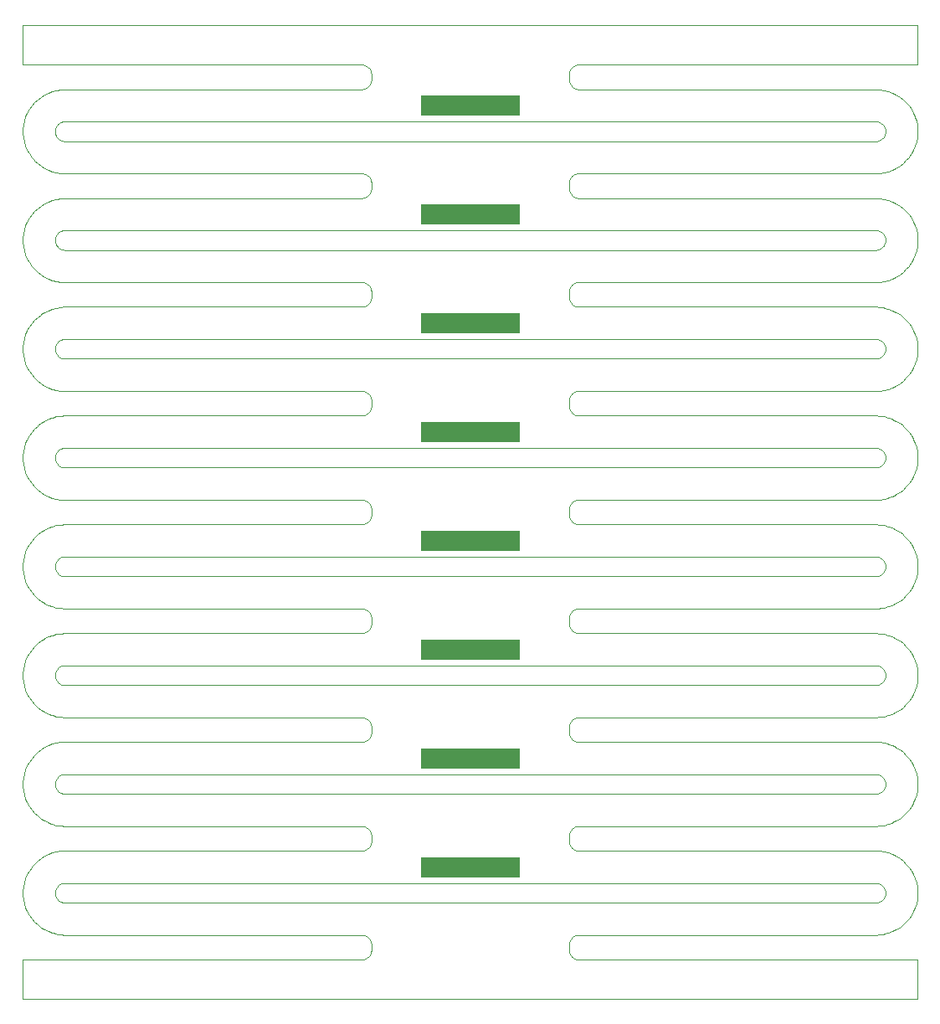
<source format=gbr>
G04 #@! TF.GenerationSoftware,KiCad,Pcbnew,5.1.5+dfsg1-2build2*
G04 #@! TF.CreationDate,2021-10-10T04:01:21+00:00*
G04 #@! TF.ProjectId,bobbin_top_4.0,626f6262-696e-45f7-946f-705f342e302e,rev?*
G04 #@! TF.SameCoordinates,Original*
G04 #@! TF.FileFunction,Paste,Top*
G04 #@! TF.FilePolarity,Positive*
%FSLAX46Y46*%
G04 Gerber Fmt 4.6, Leading zero omitted, Abs format (unit mm)*
G04 Created by KiCad (PCBNEW 5.1.5+dfsg1-2build2) date 2021-10-10 04:01:21*
%MOMM*%
%LPD*%
G04 APERTURE LIST*
G04 #@! TA.AperFunction,Profile*
%ADD10C,0.100000*%
G04 #@! TD*
%ADD11R,10.000000X2.000000*%
G04 APERTURE END LIST*
D10*
X136499900Y-121216000D02*
X136401200Y-121236200D01*
X136596400Y-121185700D02*
X136499900Y-121216000D01*
X136689300Y-121145900D02*
X136596400Y-121185700D01*
X136777600Y-121096800D02*
X136689300Y-121145900D01*
X136860600Y-121039100D02*
X136777600Y-121096800D01*
X136937300Y-120973300D02*
X136860600Y-121039100D01*
X137007100Y-120899800D02*
X136937300Y-120973300D01*
X137069000Y-120819900D02*
X137007100Y-120899800D01*
X137122400Y-120734100D02*
X137069000Y-120819900D01*
X137166900Y-120643400D02*
X137122400Y-120734100D01*
X137202000Y-120548600D02*
X137166900Y-120643400D01*
X137227300Y-120450800D02*
X137202000Y-120548600D01*
X137242600Y-120350800D02*
X137227300Y-120450800D01*
X137247700Y-120249900D02*
X137242600Y-120350800D01*
X137242600Y-120149200D02*
X137247700Y-120249900D01*
X137227300Y-120049300D02*
X137242600Y-120149200D01*
X137202000Y-119951500D02*
X137227300Y-120049300D01*
X137166900Y-119856700D02*
X137202000Y-119951500D01*
X137122400Y-119766000D02*
X137166900Y-119856700D01*
X137069000Y-119680200D02*
X137122400Y-119766000D01*
X137007100Y-119600300D02*
X137069000Y-119680200D01*
X136937300Y-119526800D02*
X137007100Y-119600300D01*
X136860600Y-119461000D02*
X136937300Y-119526800D01*
X136777600Y-119403300D02*
X136860600Y-119461000D01*
X136689300Y-119354200D02*
X136777600Y-119403300D01*
X136596600Y-119314500D02*
X136689300Y-119354200D01*
X136500200Y-119284200D02*
X136596600Y-119314500D01*
X136401200Y-119263900D02*
X136500200Y-119284200D01*
X136300700Y-119253600D02*
X136401200Y-119263900D01*
X136224800Y-119251000D02*
X136300700Y-119253600D01*
X54275500Y-119251000D02*
X136224800Y-119251000D01*
X54199100Y-119253600D02*
X54275500Y-119251000D01*
X54098800Y-119263900D02*
X54199100Y-119253600D01*
X53999800Y-119284200D02*
X54098800Y-119263900D01*
X53903400Y-119314500D02*
X53999800Y-119284200D01*
X53810500Y-119354400D02*
X53903400Y-119314500D01*
X53722100Y-119403400D02*
X53810500Y-119354400D01*
X53639200Y-119461200D02*
X53722100Y-119403400D01*
X53562500Y-119527000D02*
X53639200Y-119461200D01*
X53492900Y-119600300D02*
X53562500Y-119527000D01*
X53431000Y-119680200D02*
X53492900Y-119600300D01*
X53377600Y-119766000D02*
X53431000Y-119680200D01*
X53333100Y-119856700D02*
X53377600Y-119766000D01*
X53298100Y-119951200D02*
X53333100Y-119856700D01*
X53272700Y-120049100D02*
X53298100Y-119951200D01*
X53257400Y-120149000D02*
X53272700Y-120049100D01*
X53252300Y-120249900D02*
X53257400Y-120149000D01*
X53257400Y-120350800D02*
X53252300Y-120249900D01*
X53272700Y-120450800D02*
X53257400Y-120350800D01*
X53298000Y-120548600D02*
X53272700Y-120450800D01*
X53333100Y-120643400D02*
X53298000Y-120548600D01*
X53377600Y-120734100D02*
X53333100Y-120643400D01*
X53431000Y-120819900D02*
X53377600Y-120734100D01*
X53492900Y-120899800D02*
X53431000Y-120819900D01*
X53562500Y-120973100D02*
X53492900Y-120899800D01*
X53639200Y-121038900D02*
X53562500Y-120973100D01*
X53722100Y-121096700D02*
X53639200Y-121038900D01*
X53810500Y-121145700D02*
X53722100Y-121096700D01*
X53903400Y-121185600D02*
X53810500Y-121145700D01*
X53999800Y-121215900D02*
X53903400Y-121185600D01*
X54098800Y-121236200D02*
X53999800Y-121215900D01*
X54199300Y-121246500D02*
X54098800Y-121236200D01*
X54275200Y-121249000D02*
X54199300Y-121246500D01*
X136225000Y-121249000D02*
X54275200Y-121249000D01*
X136300400Y-121246500D02*
X136225000Y-121249000D01*
X136401200Y-121236200D02*
X136300400Y-121246500D01*
X136499900Y-110215900D02*
X136401100Y-110236200D01*
X136596400Y-110185700D02*
X136499900Y-110215900D01*
X136689300Y-110145900D02*
X136596400Y-110185700D01*
X136777600Y-110096800D02*
X136689300Y-110145900D01*
X136860600Y-110039100D02*
X136777600Y-110096800D01*
X136937300Y-109973300D02*
X136860600Y-110039100D01*
X137007100Y-109899800D02*
X136937300Y-109973300D01*
X137069000Y-109819900D02*
X137007100Y-109899800D01*
X137122400Y-109734100D02*
X137069000Y-109819900D01*
X137166900Y-109643400D02*
X137122400Y-109734100D01*
X137202000Y-109548600D02*
X137166900Y-109643400D01*
X137227300Y-109450700D02*
X137202000Y-109548600D01*
X137242600Y-109350800D02*
X137227300Y-109450700D01*
X137247700Y-109249900D02*
X137242600Y-109350800D01*
X137242600Y-109149200D02*
X137247700Y-109249900D01*
X137227300Y-109049300D02*
X137242600Y-109149200D01*
X137202000Y-108951500D02*
X137227300Y-109049300D01*
X137166900Y-108856700D02*
X137202000Y-108951500D01*
X137122400Y-108766000D02*
X137166900Y-108856700D01*
X137069000Y-108680200D02*
X137122400Y-108766000D01*
X137007100Y-108600300D02*
X137069000Y-108680200D01*
X136937300Y-108526800D02*
X137007100Y-108600300D01*
X136860600Y-108461000D02*
X136937300Y-108526800D01*
X136777600Y-108403300D02*
X136860600Y-108461000D01*
X136689300Y-108354200D02*
X136777600Y-108403300D01*
X136596600Y-108314500D02*
X136689300Y-108354200D01*
X136500200Y-108284200D02*
X136596600Y-108314500D01*
X136401200Y-108263900D02*
X136500200Y-108284200D01*
X136300700Y-108253600D02*
X136401200Y-108263900D01*
X136224800Y-108251000D02*
X136300700Y-108253600D01*
X54275400Y-108251000D02*
X136224800Y-108251000D01*
X54199100Y-108253600D02*
X54275400Y-108251000D01*
X54098800Y-108263900D02*
X54199100Y-108253600D01*
X53999800Y-108284200D02*
X54098800Y-108263900D01*
X53903400Y-108314500D02*
X53999800Y-108284200D01*
X53810500Y-108354300D02*
X53903400Y-108314500D01*
X53722100Y-108403400D02*
X53810500Y-108354300D01*
X53639200Y-108461200D02*
X53722100Y-108403400D01*
X53562500Y-108527000D02*
X53639200Y-108461200D01*
X53492900Y-108600300D02*
X53562500Y-108527000D01*
X53431000Y-108680200D02*
X53492900Y-108600300D01*
X53377600Y-108766000D02*
X53431000Y-108680200D01*
X53333100Y-108856700D02*
X53377600Y-108766000D01*
X53298100Y-108951200D02*
X53333100Y-108856700D01*
X53272700Y-109049100D02*
X53298100Y-108951200D01*
X53257400Y-109149000D02*
X53272700Y-109049100D01*
X53252300Y-109249900D02*
X53257400Y-109149000D01*
X53257400Y-109350800D02*
X53252300Y-109249900D01*
X53272700Y-109450700D02*
X53257400Y-109350800D01*
X53298000Y-109548600D02*
X53272700Y-109450700D01*
X53333100Y-109643400D02*
X53298000Y-109548600D01*
X53377600Y-109734100D02*
X53333100Y-109643400D01*
X53431000Y-109819900D02*
X53377600Y-109734100D01*
X53492900Y-109899800D02*
X53431000Y-109819900D01*
X53562500Y-109973100D02*
X53492900Y-109899800D01*
X53639200Y-110038900D02*
X53562500Y-109973100D01*
X53722100Y-110096700D02*
X53639200Y-110038900D01*
X53810500Y-110145700D02*
X53722100Y-110096700D01*
X53903400Y-110185600D02*
X53810500Y-110145700D01*
X53999800Y-110215900D02*
X53903400Y-110185600D01*
X54098800Y-110236200D02*
X53999800Y-110215900D01*
X54199300Y-110246500D02*
X54098800Y-110236200D01*
X54275200Y-110249000D02*
X54199300Y-110246500D01*
X136225000Y-110249000D02*
X54275200Y-110249000D01*
X136300500Y-110246500D02*
X136225000Y-110249000D01*
X136401100Y-110236200D02*
X136300500Y-110246500D01*
X136499900Y-99215900D02*
X136401100Y-99236200D01*
X136596400Y-99185700D02*
X136499900Y-99215900D01*
X136689300Y-99145800D02*
X136596400Y-99185700D01*
X136777600Y-99096800D02*
X136689300Y-99145800D01*
X136860600Y-99039100D02*
X136777600Y-99096800D01*
X136937300Y-98973300D02*
X136860600Y-99039100D01*
X137007100Y-98899800D02*
X136937300Y-98973300D01*
X137069000Y-98819900D02*
X137007100Y-98899800D01*
X137122400Y-98734100D02*
X137069000Y-98819900D01*
X137166900Y-98643400D02*
X137122400Y-98734100D01*
X137202000Y-98548600D02*
X137166900Y-98643400D01*
X137227300Y-98450700D02*
X137202000Y-98548600D01*
X137242600Y-98350800D02*
X137227300Y-98450700D01*
X137247700Y-98249900D02*
X137242600Y-98350800D01*
X137242600Y-98149200D02*
X137247700Y-98249900D01*
X137227300Y-98049300D02*
X137242600Y-98149200D01*
X137202000Y-97951500D02*
X137227300Y-98049300D01*
X137166900Y-97856700D02*
X137202000Y-97951500D01*
X137122400Y-97766000D02*
X137166900Y-97856700D01*
X137069000Y-97680200D02*
X137122400Y-97766000D01*
X137007100Y-97600300D02*
X137069000Y-97680200D01*
X136937300Y-97526800D02*
X137007100Y-97600300D01*
X136860600Y-97461000D02*
X136937300Y-97526800D01*
X136777600Y-97403300D02*
X136860600Y-97461000D01*
X136689300Y-97354200D02*
X136777600Y-97403300D01*
X136596600Y-97314500D02*
X136689300Y-97354200D01*
X136500200Y-97284200D02*
X136596600Y-97314500D01*
X136401200Y-97263800D02*
X136500200Y-97284200D01*
X136300700Y-97253600D02*
X136401200Y-97263800D01*
X136224800Y-97251000D02*
X136300700Y-97253600D01*
X54275400Y-97251000D02*
X136224800Y-97251000D01*
X54199200Y-97253600D02*
X54275400Y-97251000D01*
X54098800Y-97263800D02*
X54199200Y-97253600D01*
X53999800Y-97284200D02*
X54098800Y-97263800D01*
X53903400Y-97314500D02*
X53999800Y-97284200D01*
X53810500Y-97354300D02*
X53903400Y-97314500D01*
X53722100Y-97403400D02*
X53810500Y-97354300D01*
X53639200Y-97461100D02*
X53722100Y-97403400D01*
X53562500Y-97527000D02*
X53639200Y-97461100D01*
X53492900Y-97600300D02*
X53562500Y-97527000D01*
X53431000Y-97680200D02*
X53492900Y-97600300D01*
X53377600Y-97766000D02*
X53431000Y-97680200D01*
X53333100Y-97856700D02*
X53377600Y-97766000D01*
X53298100Y-97951200D02*
X53333100Y-97856700D01*
X53272700Y-98049100D02*
X53298100Y-97951200D01*
X53257400Y-98149000D02*
X53272700Y-98049100D01*
X53252300Y-98249900D02*
X53257400Y-98149000D01*
X53257400Y-98350800D02*
X53252300Y-98249900D01*
X53272700Y-98450700D02*
X53257400Y-98350800D01*
X53298000Y-98548600D02*
X53272700Y-98450700D01*
X53333100Y-98643400D02*
X53298000Y-98548600D01*
X53377600Y-98734100D02*
X53333100Y-98643400D01*
X53431000Y-98819900D02*
X53377600Y-98734100D01*
X53492900Y-98899800D02*
X53431000Y-98819900D01*
X53562500Y-98973100D02*
X53492900Y-98899800D01*
X53639200Y-99038900D02*
X53562500Y-98973100D01*
X53722100Y-99096700D02*
X53639200Y-99038900D01*
X53810500Y-99145700D02*
X53722100Y-99096700D01*
X53903400Y-99185600D02*
X53810500Y-99145700D01*
X53999800Y-99215900D02*
X53903400Y-99185600D01*
X54098800Y-99236200D02*
X53999800Y-99215900D01*
X54199300Y-99246500D02*
X54098800Y-99236200D01*
X54275200Y-99249000D02*
X54199300Y-99246500D01*
X136224900Y-99249000D02*
X54275200Y-99249000D01*
X136300500Y-99246500D02*
X136224900Y-99249000D01*
X136401100Y-99236200D02*
X136300500Y-99246500D01*
X136499900Y-88215900D02*
X136401100Y-88236200D01*
X136596400Y-88185700D02*
X136499900Y-88215900D01*
X136689300Y-88145800D02*
X136596400Y-88185700D01*
X136777600Y-88096800D02*
X136689300Y-88145800D01*
X136860600Y-88039100D02*
X136777600Y-88096800D01*
X136937300Y-87973300D02*
X136860600Y-88039100D01*
X137007100Y-87899800D02*
X136937300Y-87973300D01*
X137069000Y-87819900D02*
X137007100Y-87899800D01*
X137122400Y-87734100D02*
X137069000Y-87819900D01*
X137166900Y-87643400D02*
X137122400Y-87734100D01*
X137202000Y-87548600D02*
X137166900Y-87643400D01*
X137227300Y-87450700D02*
X137202000Y-87548600D01*
X137242600Y-87350800D02*
X137227300Y-87450700D01*
X137247700Y-87249900D02*
X137242600Y-87350800D01*
X137242600Y-87149200D02*
X137247700Y-87249900D01*
X137227300Y-87049300D02*
X137242600Y-87149200D01*
X137202000Y-86951500D02*
X137227300Y-87049300D01*
X137166900Y-86856700D02*
X137202000Y-86951500D01*
X137122400Y-86766000D02*
X137166900Y-86856700D01*
X137069000Y-86680200D02*
X137122400Y-86766000D01*
X137007100Y-86600200D02*
X137069000Y-86680200D01*
X136937300Y-86526800D02*
X137007100Y-86600200D01*
X136860600Y-86461000D02*
X136937300Y-86526800D01*
X136777600Y-86403200D02*
X136860600Y-86461000D01*
X136689300Y-86354200D02*
X136777600Y-86403200D01*
X136596600Y-86314500D02*
X136689300Y-86354200D01*
X136500200Y-86284200D02*
X136596600Y-86314500D01*
X136401200Y-86263800D02*
X136500200Y-86284200D01*
X136300700Y-86253600D02*
X136401200Y-86263800D01*
X136224800Y-86251000D02*
X136300700Y-86253600D01*
X54275400Y-86251000D02*
X136224800Y-86251000D01*
X54199200Y-86253600D02*
X54275400Y-86251000D01*
X54098800Y-86263800D02*
X54199200Y-86253600D01*
X53999800Y-86284200D02*
X54098800Y-86263800D01*
X53903400Y-86314500D02*
X53999800Y-86284200D01*
X53810500Y-86354300D02*
X53903400Y-86314500D01*
X53722100Y-86403400D02*
X53810500Y-86354300D01*
X53639200Y-86461100D02*
X53722100Y-86403400D01*
X53562500Y-86527000D02*
X53639200Y-86461100D01*
X53492900Y-86600200D02*
X53562500Y-86527000D01*
X53431000Y-86680200D02*
X53492900Y-86600200D01*
X53377600Y-86766000D02*
X53431000Y-86680200D01*
X53333100Y-86856700D02*
X53377600Y-86766000D01*
X53298100Y-86951200D02*
X53333100Y-86856700D01*
X53272700Y-87049100D02*
X53298100Y-86951200D01*
X53257400Y-87149000D02*
X53272700Y-87049100D01*
X53252300Y-87249900D02*
X53257400Y-87149000D01*
X53257400Y-87350800D02*
X53252300Y-87249900D01*
X53272700Y-87450700D02*
X53257400Y-87350800D01*
X53298000Y-87548600D02*
X53272700Y-87450700D01*
X53333100Y-87643400D02*
X53298000Y-87548600D01*
X53377600Y-87734100D02*
X53333100Y-87643400D01*
X53431000Y-87819900D02*
X53377600Y-87734100D01*
X53492900Y-87899800D02*
X53431000Y-87819900D01*
X53562500Y-87973100D02*
X53492900Y-87899800D01*
X53639200Y-88038900D02*
X53562500Y-87973100D01*
X53722100Y-88096700D02*
X53639200Y-88038900D01*
X53810500Y-88145700D02*
X53722100Y-88096700D01*
X53903400Y-88185600D02*
X53810500Y-88145700D01*
X53999800Y-88215900D02*
X53903400Y-88185600D01*
X54098800Y-88236200D02*
X53999800Y-88215900D01*
X54199300Y-88246500D02*
X54098800Y-88236200D01*
X54275200Y-88249000D02*
X54199300Y-88246500D01*
X136224900Y-88249000D02*
X54275200Y-88249000D01*
X136300500Y-88246400D02*
X136224900Y-88249000D01*
X136401100Y-88236200D02*
X136300500Y-88246400D01*
X136499900Y-77215900D02*
X136401000Y-77236200D01*
X136596400Y-77185700D02*
X136499900Y-77215900D01*
X136689300Y-77145800D02*
X136596400Y-77185700D01*
X136777600Y-77096800D02*
X136689300Y-77145800D01*
X136860600Y-77039100D02*
X136777600Y-77096800D01*
X136937300Y-76973200D02*
X136860600Y-77039100D01*
X137007100Y-76899800D02*
X136937300Y-76973200D01*
X137069000Y-76819900D02*
X137007100Y-76899800D01*
X137122400Y-76734100D02*
X137069000Y-76819900D01*
X137166900Y-76643300D02*
X137122400Y-76734100D01*
X137202000Y-76548600D02*
X137166900Y-76643300D01*
X137227300Y-76450700D02*
X137202000Y-76548600D01*
X137242600Y-76350800D02*
X137227300Y-76450700D01*
X137247700Y-76249900D02*
X137242600Y-76350800D01*
X137242600Y-76149200D02*
X137247700Y-76249900D01*
X137227300Y-76049300D02*
X137242600Y-76149200D01*
X137202000Y-75951500D02*
X137227300Y-76049300D01*
X137166900Y-75856700D02*
X137202000Y-75951500D01*
X137122400Y-75765900D02*
X137166900Y-75856700D01*
X137069000Y-75680200D02*
X137122400Y-75765900D01*
X137007100Y-75600200D02*
X137069000Y-75680200D01*
X136937300Y-75526800D02*
X137007100Y-75600200D01*
X136860600Y-75461000D02*
X136937300Y-75526800D01*
X136777600Y-75403200D02*
X136860600Y-75461000D01*
X136689300Y-75354200D02*
X136777600Y-75403200D01*
X136596600Y-75314500D02*
X136689300Y-75354200D01*
X136500200Y-75284200D02*
X136596600Y-75314500D01*
X136401200Y-75263800D02*
X136500200Y-75284200D01*
X136300700Y-75253600D02*
X136401200Y-75263800D01*
X136224800Y-75251000D02*
X136300700Y-75253600D01*
X54275300Y-75251000D02*
X136224800Y-75251000D01*
X54199200Y-75253600D02*
X54275300Y-75251000D01*
X54098800Y-75263800D02*
X54199200Y-75253600D01*
X53999800Y-75284200D02*
X54098800Y-75263800D01*
X53903400Y-75314500D02*
X53999800Y-75284200D01*
X53810500Y-75354300D02*
X53903400Y-75314500D01*
X53722100Y-75403400D02*
X53810500Y-75354300D01*
X53639200Y-75461100D02*
X53722100Y-75403400D01*
X53562500Y-75527000D02*
X53639200Y-75461100D01*
X53492900Y-75600200D02*
X53562500Y-75527000D01*
X53431000Y-75680200D02*
X53492900Y-75600200D01*
X53377600Y-75765900D02*
X53431000Y-75680200D01*
X53333100Y-75856700D02*
X53377600Y-75765900D01*
X53298100Y-75951200D02*
X53333100Y-75856700D01*
X53272700Y-76049000D02*
X53298100Y-75951200D01*
X53257400Y-76148900D02*
X53272700Y-76049000D01*
X53252300Y-76249900D02*
X53257400Y-76148900D01*
X53257400Y-76350800D02*
X53252300Y-76249900D01*
X53272700Y-76450700D02*
X53257400Y-76350800D01*
X53298000Y-76548600D02*
X53272700Y-76450700D01*
X53333100Y-76643300D02*
X53298000Y-76548600D01*
X53377600Y-76734100D02*
X53333100Y-76643300D01*
X53431000Y-76819900D02*
X53377600Y-76734100D01*
X53492900Y-76899800D02*
X53431000Y-76819900D01*
X53562500Y-76973100D02*
X53492900Y-76899800D01*
X53639200Y-77038900D02*
X53562500Y-76973100D01*
X53722100Y-77096700D02*
X53639200Y-77038900D01*
X53810500Y-77145700D02*
X53722100Y-77096700D01*
X53903400Y-77185600D02*
X53810500Y-77145700D01*
X53999800Y-77215800D02*
X53903400Y-77185600D01*
X54098800Y-77236200D02*
X53999800Y-77215800D01*
X54199300Y-77246400D02*
X54098800Y-77236200D01*
X54275200Y-77249000D02*
X54199300Y-77246400D01*
X136224800Y-77249000D02*
X54275200Y-77249000D01*
X136300600Y-77246400D02*
X136224800Y-77249000D01*
X136401000Y-77236200D02*
X136300600Y-77246400D01*
X136499900Y-66215900D02*
X136401000Y-66236200D01*
X136596400Y-66185700D02*
X136499900Y-66215900D01*
X136689300Y-66145800D02*
X136596400Y-66185700D01*
X136777600Y-66096800D02*
X136689300Y-66145800D01*
X136860600Y-66039100D02*
X136777600Y-66096800D01*
X136937300Y-65973200D02*
X136860600Y-66039100D01*
X137007100Y-65899800D02*
X136937300Y-65973200D01*
X137068800Y-65820100D02*
X137007100Y-65899800D01*
X137122300Y-65734300D02*
X137068800Y-65820100D01*
X137166800Y-65643600D02*
X137122300Y-65734300D01*
X137201900Y-65548800D02*
X137166800Y-65643600D01*
X137227300Y-65451000D02*
X137201900Y-65548800D01*
X137242600Y-65351100D02*
X137227300Y-65451000D01*
X137247700Y-65250100D02*
X137242600Y-65351100D01*
X137242600Y-65149200D02*
X137247700Y-65250100D01*
X137227300Y-65049300D02*
X137242600Y-65149200D01*
X137202000Y-64951500D02*
X137227300Y-65049300D01*
X137166800Y-64856400D02*
X137202000Y-64951500D01*
X137122300Y-64765700D02*
X137166800Y-64856400D01*
X137068800Y-64679900D02*
X137122300Y-64765700D01*
X137006900Y-64600000D02*
X137068800Y-64679900D01*
X136937300Y-64526800D02*
X137006900Y-64600000D01*
X136860600Y-64461000D02*
X136937300Y-64526800D01*
X136777600Y-64403200D02*
X136860600Y-64461000D01*
X136689500Y-64354300D02*
X136777600Y-64403200D01*
X136596600Y-64314400D02*
X136689500Y-64354300D01*
X136500200Y-64284200D02*
X136596600Y-64314400D01*
X136401200Y-64263800D02*
X136500200Y-64284200D01*
X136300700Y-64253600D02*
X136401200Y-64263800D01*
X136224800Y-64251000D02*
X136300700Y-64253600D01*
X54275300Y-64251000D02*
X136224800Y-64251000D01*
X54199300Y-64253600D02*
X54275300Y-64251000D01*
X54098800Y-64263800D02*
X54199300Y-64253600D01*
X53999800Y-64284200D02*
X54098800Y-64263800D01*
X53903400Y-64314400D02*
X53999800Y-64284200D01*
X53810500Y-64354300D02*
X53903400Y-64314400D01*
X53722100Y-64403400D02*
X53810500Y-64354300D01*
X53639200Y-64461100D02*
X53722100Y-64403400D01*
X53562500Y-64527000D02*
X53639200Y-64461100D01*
X53492900Y-64600200D02*
X53562500Y-64527000D01*
X53431000Y-64680200D02*
X53492900Y-64600200D01*
X53377600Y-64765900D02*
X53431000Y-64680200D01*
X53333100Y-64856700D02*
X53377600Y-64765900D01*
X53298000Y-64951500D02*
X53333100Y-64856700D01*
X53272700Y-65049000D02*
X53298000Y-64951500D01*
X53257400Y-65148900D02*
X53272700Y-65049000D01*
X53252300Y-65249900D02*
X53257400Y-65148900D01*
X53257400Y-65350800D02*
X53252300Y-65249900D01*
X53272700Y-65450700D02*
X53257400Y-65350800D01*
X53298000Y-65548600D02*
X53272700Y-65450700D01*
X53333100Y-65643300D02*
X53298000Y-65548600D01*
X53377600Y-65734100D02*
X53333100Y-65643300D01*
X53431000Y-65819900D02*
X53377600Y-65734100D01*
X53492900Y-65899800D02*
X53431000Y-65819900D01*
X53562500Y-65973100D02*
X53492900Y-65899800D01*
X53639200Y-66038900D02*
X53562500Y-65973100D01*
X53722100Y-66096600D02*
X53639200Y-66038900D01*
X53810500Y-66145700D02*
X53722100Y-66096600D01*
X53903400Y-66185600D02*
X53810500Y-66145700D01*
X53999800Y-66215800D02*
X53903400Y-66185600D01*
X54098800Y-66236200D02*
X53999800Y-66215800D01*
X54199300Y-66246400D02*
X54098800Y-66236200D01*
X54275200Y-66249000D02*
X54199300Y-66246400D01*
X136224800Y-66249000D02*
X54275200Y-66249000D01*
X136300600Y-66246400D02*
X136224800Y-66249000D01*
X136401000Y-66236200D02*
X136300600Y-66246400D01*
X136499900Y-55215900D02*
X136401000Y-55236200D01*
X136596400Y-55185700D02*
X136499900Y-55215900D01*
X136689300Y-55145800D02*
X136596400Y-55185700D01*
X136777600Y-55096800D02*
X136689300Y-55145800D01*
X136860600Y-55039100D02*
X136777600Y-55096800D01*
X136937300Y-54973200D02*
X136860600Y-55039100D01*
X137007100Y-54899800D02*
X136937300Y-54973200D01*
X137068800Y-54820100D02*
X137007100Y-54899800D01*
X137122300Y-54734300D02*
X137068800Y-54820100D01*
X137166800Y-54643600D02*
X137122300Y-54734300D01*
X137201900Y-54548800D02*
X137166800Y-54643600D01*
X137227300Y-54451000D02*
X137201900Y-54548800D01*
X137242600Y-54351100D02*
X137227300Y-54451000D01*
X137247700Y-54250100D02*
X137242600Y-54351100D01*
X137242600Y-54149200D02*
X137247700Y-54250100D01*
X137227300Y-54049300D02*
X137242600Y-54149200D01*
X137202000Y-53951500D02*
X137227300Y-54049300D01*
X137166800Y-53856400D02*
X137202000Y-53951500D01*
X137122300Y-53765700D02*
X137166800Y-53856400D01*
X137068800Y-53679900D02*
X137122300Y-53765700D01*
X137006900Y-53600000D02*
X137068800Y-53679900D01*
X136937300Y-53526800D02*
X137006900Y-53600000D01*
X136860600Y-53460900D02*
X136937300Y-53526800D01*
X136777600Y-53403200D02*
X136860600Y-53460900D01*
X136689500Y-53354300D02*
X136777600Y-53403200D01*
X136596600Y-53314400D02*
X136689500Y-53354300D01*
X136500200Y-53284200D02*
X136596600Y-53314400D01*
X136401200Y-53263800D02*
X136500200Y-53284200D01*
X136300700Y-53253600D02*
X136401200Y-53263800D01*
X136224800Y-53251000D02*
X136300700Y-53253600D01*
X54275200Y-53251000D02*
X136224800Y-53251000D01*
X54199300Y-53253600D02*
X54275200Y-53251000D01*
X54098800Y-53263800D02*
X54199300Y-53253600D01*
X53999800Y-53284200D02*
X54098800Y-53263800D01*
X53903400Y-53314400D02*
X53999800Y-53284200D01*
X53810500Y-53354300D02*
X53903400Y-53314400D01*
X53722100Y-53403400D02*
X53810500Y-53354300D01*
X53639200Y-53461100D02*
X53722100Y-53403400D01*
X53562500Y-53527000D02*
X53639200Y-53461100D01*
X53492900Y-53600200D02*
X53562500Y-53527000D01*
X53431000Y-53680200D02*
X53492900Y-53600200D01*
X53377600Y-53765900D02*
X53431000Y-53680200D01*
X53333100Y-53856700D02*
X53377600Y-53765900D01*
X53298000Y-53951500D02*
X53333100Y-53856700D01*
X53272700Y-54049000D02*
X53298000Y-53951500D01*
X53257400Y-54148900D02*
X53272700Y-54049000D01*
X53252300Y-54249900D02*
X53257400Y-54148900D01*
X53257400Y-54350800D02*
X53252300Y-54249900D01*
X53272700Y-54450700D02*
X53257400Y-54350800D01*
X53298000Y-54548500D02*
X53272700Y-54450700D01*
X53333100Y-54643300D02*
X53298000Y-54548500D01*
X53377600Y-54734100D02*
X53333100Y-54643300D01*
X53431000Y-54819900D02*
X53377600Y-54734100D01*
X53492900Y-54899800D02*
X53431000Y-54819900D01*
X53562500Y-54973000D02*
X53492900Y-54899800D01*
X53639200Y-55038900D02*
X53562500Y-54973000D01*
X53722100Y-55096600D02*
X53639200Y-55038900D01*
X53810500Y-55145700D02*
X53722100Y-55096600D01*
X53903400Y-55185600D02*
X53810500Y-55145700D01*
X53999800Y-55215800D02*
X53903400Y-55185600D01*
X54098800Y-55236200D02*
X53999800Y-55215800D01*
X54199300Y-55246400D02*
X54098800Y-55236200D01*
X54275200Y-55249000D02*
X54199300Y-55246400D01*
X136224800Y-55249000D02*
X54275200Y-55249000D01*
X136300700Y-55246400D02*
X136224800Y-55249000D01*
X136401000Y-55236200D02*
X136300700Y-55246400D01*
X136500200Y-132215900D02*
X136400700Y-132236300D01*
X136596600Y-132185600D02*
X136500200Y-132215900D01*
X136689500Y-132145800D02*
X136596600Y-132185600D01*
X136777900Y-132096700D02*
X136689500Y-132145800D01*
X136860800Y-132038900D02*
X136777900Y-132096700D01*
X136937500Y-131973100D02*
X136860800Y-132038900D01*
X137007100Y-131899800D02*
X136937500Y-131973100D01*
X137069000Y-131819900D02*
X137007100Y-131899800D01*
X137122400Y-131734100D02*
X137069000Y-131819900D01*
X137166900Y-131643400D02*
X137122400Y-131734100D01*
X137202000Y-131548600D02*
X137166900Y-131643400D01*
X137227300Y-131450800D02*
X137202000Y-131548600D01*
X137242600Y-131350900D02*
X137227300Y-131450800D01*
X137247700Y-131249900D02*
X137242600Y-131350900D01*
X137242600Y-131149300D02*
X137247700Y-131249900D01*
X137227300Y-131049400D02*
X137242600Y-131149300D01*
X137202000Y-130951500D02*
X137227300Y-131049400D01*
X137166900Y-130856700D02*
X137202000Y-130951500D01*
X137122400Y-130766000D02*
X137166900Y-130856700D01*
X137069000Y-130680200D02*
X137122400Y-130766000D01*
X137007100Y-130600300D02*
X137069000Y-130680200D01*
X136937300Y-130526800D02*
X137007100Y-130600300D01*
X136860600Y-130461000D02*
X136937300Y-130526800D01*
X136777600Y-130403300D02*
X136860600Y-130461000D01*
X136689300Y-130354200D02*
X136777600Y-130403300D01*
X136596600Y-130314500D02*
X136689300Y-130354200D01*
X136500200Y-130284200D02*
X136596600Y-130314500D01*
X136401200Y-130263900D02*
X136500200Y-130284200D01*
X136300700Y-130253600D02*
X136401200Y-130263900D01*
X136224800Y-130251100D02*
X136300700Y-130253600D01*
X54275000Y-130251100D02*
X136224800Y-130251100D01*
X54199500Y-130253600D02*
X54275000Y-130251100D01*
X54098800Y-130263900D02*
X54199500Y-130253600D01*
X53999800Y-130284200D02*
X54098800Y-130263900D01*
X53903400Y-130314500D02*
X53999800Y-130284200D01*
X53810500Y-130354400D02*
X53903400Y-130314500D01*
X53722100Y-130403400D02*
X53810500Y-130354400D01*
X53639200Y-130461200D02*
X53722100Y-130403400D01*
X53562500Y-130527000D02*
X53639200Y-130461200D01*
X53492900Y-130600300D02*
X53562500Y-130527000D01*
X53431000Y-130680200D02*
X53492900Y-130600300D01*
X53377600Y-130766000D02*
X53431000Y-130680200D01*
X53333100Y-130856700D02*
X53377600Y-130766000D01*
X53298100Y-130951200D02*
X53333100Y-130856700D01*
X53272700Y-131049100D02*
X53298100Y-130951200D01*
X53257400Y-131149000D02*
X53272700Y-131049100D01*
X53252300Y-131249900D02*
X53257400Y-131149000D01*
X53257400Y-131350900D02*
X53252300Y-131249900D01*
X53272700Y-131450800D02*
X53257400Y-131350900D01*
X53298000Y-131548600D02*
X53272700Y-131450800D01*
X53333100Y-131643400D02*
X53298000Y-131548600D01*
X53377600Y-131734100D02*
X53333100Y-131643400D01*
X53431000Y-131819900D02*
X53377600Y-131734100D01*
X53492900Y-131899800D02*
X53431000Y-131819900D01*
X53562500Y-131973100D02*
X53492900Y-131899800D01*
X53639200Y-132038900D02*
X53562500Y-131973100D01*
X53722100Y-132096700D02*
X53639200Y-132038900D01*
X53810500Y-132145800D02*
X53722100Y-132096700D01*
X53903400Y-132185600D02*
X53810500Y-132145800D01*
X53999800Y-132215900D02*
X53903400Y-132185600D01*
X54098800Y-132236200D02*
X53999800Y-132215900D01*
X54199300Y-132246500D02*
X54098800Y-132236200D01*
X54275200Y-132249100D02*
X54199300Y-132246500D01*
X136224500Y-132249100D02*
X54275200Y-132249100D01*
X136300900Y-132246500D02*
X136224500Y-132249100D01*
X136400700Y-132236300D02*
X136300900Y-132246500D01*
X140471000Y-43499000D02*
X50014600Y-43499700D01*
X140486300Y-43499800D02*
X140471000Y-43499000D01*
X140492300Y-43503000D02*
X140486300Y-43499800D01*
X140494800Y-43508200D02*
X140492300Y-43503000D01*
X140495500Y-43523500D02*
X140494800Y-43508200D01*
X140495500Y-47475500D02*
X140495500Y-43523500D01*
X140494300Y-47492700D02*
X140495500Y-47475500D01*
X140491600Y-47496700D02*
X140494300Y-47492700D01*
X140486300Y-47499200D02*
X140491600Y-47496700D01*
X106241200Y-47500000D02*
X140486300Y-47499200D01*
X106144000Y-47504800D02*
X106241200Y-47500000D01*
X106047900Y-47519000D02*
X106144000Y-47504800D01*
X105953600Y-47542600D02*
X106047900Y-47519000D01*
X105862200Y-47575400D02*
X105953600Y-47542600D01*
X105774300Y-47616900D02*
X105862200Y-47575400D01*
X105691000Y-47666900D02*
X105774300Y-47616900D01*
X105613000Y-47724700D02*
X105691000Y-47666900D01*
X105541000Y-47790000D02*
X105613000Y-47724700D01*
X105475700Y-47862000D02*
X105541000Y-47790000D01*
X105417900Y-47940000D02*
X105475700Y-47862000D01*
X105367900Y-48023300D02*
X105417900Y-47940000D01*
X105326400Y-48111100D02*
X105367900Y-48023300D01*
X105293600Y-48202600D02*
X105326400Y-48111100D01*
X105270000Y-48296900D02*
X105293600Y-48202600D01*
X105255800Y-48393000D02*
X105270000Y-48296900D01*
X105251000Y-48490200D02*
X105255800Y-48393000D01*
X105251000Y-49008800D02*
X105251000Y-48490200D01*
X105255800Y-49106000D02*
X105251000Y-49008800D01*
X105270000Y-49202100D02*
X105255800Y-49106000D01*
X105293600Y-49296400D02*
X105270000Y-49202100D01*
X105326400Y-49387900D02*
X105293600Y-49296400D01*
X105367900Y-49475700D02*
X105326400Y-49387900D01*
X105417900Y-49559000D02*
X105367900Y-49475700D01*
X105475700Y-49637000D02*
X105417900Y-49559000D01*
X105541000Y-49709000D02*
X105475700Y-49637000D01*
X105613000Y-49774300D02*
X105541000Y-49709000D01*
X105691000Y-49832100D02*
X105613000Y-49774300D01*
X105774300Y-49882100D02*
X105691000Y-49832100D01*
X105862200Y-49923600D02*
X105774300Y-49882100D01*
X105953600Y-49956400D02*
X105862200Y-49923600D01*
X106047900Y-49980000D02*
X105953600Y-49956400D01*
X106144000Y-49994200D02*
X106047900Y-49980000D01*
X106241200Y-49999000D02*
X106144000Y-49994200D01*
X136243700Y-49999000D02*
X106241200Y-49999000D01*
X136679800Y-50021100D02*
X136243700Y-49999000D01*
X137093100Y-50084100D02*
X136679800Y-50021100D01*
X137118000Y-50089200D02*
X137093100Y-50084100D01*
X137510300Y-50190800D02*
X137118000Y-50089200D01*
X137534500Y-50198400D02*
X137510300Y-50190800D01*
X137926500Y-50343900D02*
X137534500Y-50198400D01*
X138312700Y-50533300D02*
X137926500Y-50343900D01*
X138678100Y-50761100D02*
X138312700Y-50533300D01*
X139008900Y-51016700D02*
X138678100Y-50761100D01*
X139028200Y-51033300D02*
X139008900Y-51016700D01*
X139321900Y-51312400D02*
X139028200Y-51033300D01*
X139339400Y-51330900D02*
X139321900Y-51312400D01*
X139611500Y-51648400D02*
X139339400Y-51330900D01*
X139857200Y-52001400D02*
X139611500Y-51648400D01*
X140066200Y-52377800D02*
X139857200Y-52001400D01*
X140231400Y-52761900D02*
X140066200Y-52377800D01*
X140240200Y-52785700D02*
X140231400Y-52761900D01*
X140361500Y-53172300D02*
X140240200Y-52785700D01*
X140367900Y-53196900D02*
X140361500Y-53172300D01*
X140451700Y-53606600D02*
X140367900Y-53196900D01*
X140494300Y-54022000D02*
X140451700Y-53606600D01*
X140495500Y-54047400D02*
X140494300Y-54022000D01*
X140495200Y-54465600D02*
X140495500Y-54047400D01*
X140451700Y-54893400D02*
X140495200Y-54465600D01*
X140365000Y-55315200D02*
X140451700Y-54893400D01*
X140240200Y-55714200D02*
X140365000Y-55315200D01*
X140231400Y-55738100D02*
X140240200Y-55714200D01*
X140071600Y-56110400D02*
X140231400Y-55738100D01*
X140060400Y-56133200D02*
X140071600Y-56110400D01*
X139857200Y-56498700D02*
X140060400Y-56133200D01*
X139618900Y-56841600D02*
X139857200Y-56498700D01*
X139603300Y-56861700D02*
X139618900Y-56841600D01*
X139330700Y-57178800D02*
X139603300Y-56861700D01*
X139018600Y-57475400D02*
X139330700Y-57178800D01*
X138678500Y-57738700D02*
X139018600Y-57475400D01*
X138313100Y-57966500D02*
X138678500Y-57738700D01*
X137926500Y-58156100D02*
X138313100Y-57966500D01*
X137522700Y-58305700D02*
X137926500Y-58156100D01*
X137105900Y-58413600D02*
X137522700Y-58305700D01*
X136692700Y-58477300D02*
X137105900Y-58413600D01*
X136667400Y-58479800D02*
X136692700Y-58477300D01*
X136243700Y-58501000D02*
X136667400Y-58479800D01*
X106241200Y-58501000D02*
X136243700Y-58501000D01*
X106144000Y-58505800D02*
X106241200Y-58501000D01*
X106047900Y-58520000D02*
X106144000Y-58505800D01*
X105953600Y-58543600D02*
X106047900Y-58520000D01*
X105862200Y-58576400D02*
X105953600Y-58543600D01*
X105774300Y-58617900D02*
X105862200Y-58576400D01*
X105691000Y-58667900D02*
X105774300Y-58617900D01*
X105613000Y-58725700D02*
X105691000Y-58667900D01*
X105541000Y-58791000D02*
X105613000Y-58725700D01*
X105475700Y-58863000D02*
X105541000Y-58791000D01*
X105417900Y-58941000D02*
X105475700Y-58863000D01*
X105367900Y-59024300D02*
X105417900Y-58941000D01*
X105326400Y-59112100D02*
X105367900Y-59024300D01*
X105293600Y-59203600D02*
X105326400Y-59112100D01*
X105270000Y-59297900D02*
X105293600Y-59203600D01*
X105255800Y-59394000D02*
X105270000Y-59297900D01*
X105251000Y-59491200D02*
X105255800Y-59394000D01*
X105251000Y-60008800D02*
X105251000Y-59491200D01*
X105255800Y-60106000D02*
X105251000Y-60008800D01*
X105270000Y-60202100D02*
X105255800Y-60106000D01*
X105293600Y-60296400D02*
X105270000Y-60202100D01*
X105326400Y-60387900D02*
X105293600Y-60296400D01*
X105367900Y-60475700D02*
X105326400Y-60387900D01*
X105417900Y-60559000D02*
X105367900Y-60475700D01*
X105475700Y-60637000D02*
X105417900Y-60559000D01*
X105541000Y-60709000D02*
X105475700Y-60637000D01*
X105613000Y-60774300D02*
X105541000Y-60709000D01*
X105691000Y-60832200D02*
X105613000Y-60774300D01*
X105774300Y-60882100D02*
X105691000Y-60832200D01*
X105862200Y-60923600D02*
X105774300Y-60882100D01*
X105953600Y-60956400D02*
X105862200Y-60923600D01*
X106047900Y-60980000D02*
X105953600Y-60956400D01*
X106144000Y-60994200D02*
X106047900Y-60980000D01*
X106241200Y-60999000D02*
X106144000Y-60994200D01*
X136243700Y-60999000D02*
X106241200Y-60999000D01*
X136679800Y-61021100D02*
X136243700Y-60999000D01*
X137093400Y-61084100D02*
X136679800Y-61021100D01*
X137118000Y-61089200D02*
X137093400Y-61084100D01*
X137522300Y-61194200D02*
X137118000Y-61089200D01*
X137914500Y-61339100D02*
X137522300Y-61194200D01*
X137937800Y-61349100D02*
X137914500Y-61339100D01*
X138301600Y-61527500D02*
X137937800Y-61349100D01*
X138323800Y-61539900D02*
X138301600Y-61527500D01*
X138678500Y-61761400D02*
X138323800Y-61539900D01*
X139018600Y-62024600D02*
X138678500Y-61761400D01*
X139330700Y-62321300D02*
X139018600Y-62024600D01*
X139603300Y-62638300D02*
X139330700Y-62321300D01*
X139618900Y-62658400D02*
X139603300Y-62638300D01*
X139850300Y-62990900D02*
X139618900Y-62658400D01*
X139863800Y-63012500D02*
X139850300Y-62990900D01*
X140066400Y-63378300D02*
X139863800Y-63012500D01*
X140236000Y-63773500D02*
X140066400Y-63378300D01*
X140364900Y-64184300D02*
X140236000Y-63773500D01*
X140449400Y-64593800D02*
X140364900Y-64184300D01*
X140453300Y-64618900D02*
X140449400Y-64593800D01*
X140494300Y-65022000D02*
X140453300Y-64618900D01*
X140495500Y-65047400D02*
X140494300Y-65022000D01*
X140495200Y-65465600D02*
X140495500Y-65047400D01*
X140451700Y-65893500D02*
X140495200Y-65465600D01*
X140365000Y-66315200D02*
X140451700Y-65893500D01*
X140240200Y-66714200D02*
X140365000Y-66315200D01*
X140231400Y-66738100D02*
X140240200Y-66714200D01*
X140071600Y-67110400D02*
X140231400Y-66738100D01*
X140060400Y-67133200D02*
X140071600Y-67110400D01*
X139857200Y-67498700D02*
X140060400Y-67133200D01*
X139618900Y-67841600D02*
X139857200Y-67498700D01*
X139603300Y-67861700D02*
X139618900Y-67841600D01*
X139330700Y-68178800D02*
X139603300Y-67861700D01*
X139018600Y-68475400D02*
X139330700Y-68178800D01*
X138678500Y-68738700D02*
X139018600Y-68475400D01*
X138313100Y-68966500D02*
X138678500Y-68738700D01*
X137926500Y-69156100D02*
X138313100Y-68966500D01*
X137522700Y-69305700D02*
X137926500Y-69156100D01*
X137105900Y-69413600D02*
X137522700Y-69305700D01*
X136692700Y-69477300D02*
X137105900Y-69413600D01*
X136667400Y-69479800D02*
X136692700Y-69477300D01*
X136243700Y-69501000D02*
X136667400Y-69479800D01*
X106241200Y-69501000D02*
X136243700Y-69501000D01*
X106144000Y-69505800D02*
X106241200Y-69501000D01*
X106047900Y-69520000D02*
X106144000Y-69505800D01*
X105953600Y-69543600D02*
X106047900Y-69520000D01*
X105862200Y-69576400D02*
X105953600Y-69543600D01*
X105774300Y-69617900D02*
X105862200Y-69576400D01*
X105691000Y-69667900D02*
X105774300Y-69617900D01*
X105613000Y-69725700D02*
X105691000Y-69667900D01*
X105541000Y-69791000D02*
X105613000Y-69725700D01*
X105475700Y-69863000D02*
X105541000Y-69791000D01*
X105417900Y-69941000D02*
X105475700Y-69863000D01*
X105367900Y-70024300D02*
X105417900Y-69941000D01*
X105326400Y-70112200D02*
X105367900Y-70024300D01*
X105293600Y-70203600D02*
X105326400Y-70112200D01*
X105270000Y-70297900D02*
X105293600Y-70203600D01*
X105255800Y-70394000D02*
X105270000Y-70297900D01*
X105251000Y-70491200D02*
X105255800Y-70394000D01*
X105251000Y-71008800D02*
X105251000Y-70491200D01*
X105255800Y-71106000D02*
X105251000Y-71008800D01*
X105270000Y-71202100D02*
X105255800Y-71106000D01*
X105293600Y-71296400D02*
X105270000Y-71202100D01*
X105326400Y-71387900D02*
X105293600Y-71296400D01*
X105367900Y-71475700D02*
X105326400Y-71387900D01*
X105417900Y-71559000D02*
X105367900Y-71475700D01*
X105475700Y-71637100D02*
X105417900Y-71559000D01*
X105541000Y-71709000D02*
X105475700Y-71637100D01*
X105613000Y-71774300D02*
X105541000Y-71709000D01*
X105691000Y-71832200D02*
X105613000Y-71774300D01*
X105774300Y-71882100D02*
X105691000Y-71832200D01*
X105862200Y-71923600D02*
X105774300Y-71882100D01*
X105953600Y-71956400D02*
X105862200Y-71923600D01*
X106047900Y-71980000D02*
X105953600Y-71956400D01*
X106144000Y-71994200D02*
X106047900Y-71980000D01*
X106241200Y-71999000D02*
X106144000Y-71994200D01*
X136243700Y-71999000D02*
X106241200Y-71999000D01*
X136679800Y-72021100D02*
X136243700Y-71999000D01*
X137093400Y-72084100D02*
X136679800Y-72021100D01*
X137118000Y-72089200D02*
X137093400Y-72084100D01*
X137522300Y-72194200D02*
X137118000Y-72089200D01*
X137914500Y-72339100D02*
X137522300Y-72194200D01*
X137937800Y-72349100D02*
X137914500Y-72339100D01*
X138301600Y-72527600D02*
X137937800Y-72349100D01*
X138323800Y-72539900D02*
X138301600Y-72527600D01*
X138678500Y-72761400D02*
X138323800Y-72539900D01*
X139018600Y-73024600D02*
X138678500Y-72761400D01*
X139330700Y-73321300D02*
X139018600Y-73024600D01*
X139603300Y-73638300D02*
X139330700Y-73321300D01*
X139618900Y-73658400D02*
X139603300Y-73638300D01*
X139850300Y-73990900D02*
X139618900Y-73658400D01*
X139863800Y-74012500D02*
X139850300Y-73990900D01*
X140066400Y-74378300D02*
X139863800Y-74012500D01*
X140236000Y-74773500D02*
X140066400Y-74378300D01*
X140364900Y-75184400D02*
X140236000Y-74773500D01*
X140449400Y-75593800D02*
X140364900Y-75184400D01*
X140453300Y-75619000D02*
X140449400Y-75593800D01*
X140494300Y-76022000D02*
X140453300Y-75619000D01*
X140495500Y-76047400D02*
X140494300Y-76022000D01*
X140495200Y-76465600D02*
X140495500Y-76047400D01*
X140451700Y-76893500D02*
X140495200Y-76465600D01*
X140365000Y-77315200D02*
X140451700Y-76893500D01*
X140240200Y-77714300D02*
X140365000Y-77315200D01*
X140231400Y-77738100D02*
X140240200Y-77714300D01*
X140071600Y-78110400D02*
X140231400Y-77738100D01*
X140060400Y-78133300D02*
X140071600Y-78110400D01*
X139857200Y-78498700D02*
X140060400Y-78133300D01*
X139611200Y-78852100D02*
X139857200Y-78498700D01*
X139331000Y-79178400D02*
X139611200Y-78852100D01*
X139018900Y-79475100D02*
X139331000Y-79178400D01*
X138678500Y-79738700D02*
X139018900Y-79475100D01*
X138323800Y-79960100D02*
X138678500Y-79738700D01*
X138301600Y-79972500D02*
X138323800Y-79960100D01*
X137937900Y-80150900D02*
X138301600Y-79972500D01*
X137914500Y-80160900D02*
X137937900Y-80150900D01*
X137522200Y-80305800D02*
X137914500Y-80160900D01*
X137118100Y-80410800D02*
X137522200Y-80305800D01*
X137093100Y-80415900D02*
X137118100Y-80410800D01*
X136679800Y-80478900D02*
X137093100Y-80415900D01*
X136243700Y-80501000D02*
X136679800Y-80478900D01*
X106241200Y-80501000D02*
X136243700Y-80501000D01*
X106144000Y-80505800D02*
X106241200Y-80501000D01*
X106047900Y-80520000D02*
X106144000Y-80505800D01*
X105953600Y-80543600D02*
X106047900Y-80520000D01*
X105862200Y-80576400D02*
X105953600Y-80543600D01*
X105774300Y-80617900D02*
X105862200Y-80576400D01*
X105691000Y-80667900D02*
X105774300Y-80617900D01*
X105613000Y-80725700D02*
X105691000Y-80667900D01*
X105541000Y-80791000D02*
X105613000Y-80725700D01*
X105475700Y-80863000D02*
X105541000Y-80791000D01*
X105417900Y-80941000D02*
X105475700Y-80863000D01*
X105367900Y-81024300D02*
X105417900Y-80941000D01*
X105326400Y-81112200D02*
X105367900Y-81024300D01*
X105293600Y-81203600D02*
X105326400Y-81112200D01*
X105270000Y-81297900D02*
X105293600Y-81203600D01*
X105255800Y-81394000D02*
X105270000Y-81297900D01*
X105251000Y-81491300D02*
X105255800Y-81394000D01*
X105251000Y-82008800D02*
X105251000Y-81491300D01*
X105255800Y-82106100D02*
X105251000Y-82008800D01*
X105270000Y-82202200D02*
X105255800Y-82106100D01*
X105293600Y-82296400D02*
X105270000Y-82202200D01*
X105326400Y-82387900D02*
X105293600Y-82296400D01*
X105367900Y-82475700D02*
X105326400Y-82387900D01*
X105417900Y-82559000D02*
X105367900Y-82475700D01*
X105475700Y-82637100D02*
X105417900Y-82559000D01*
X105541000Y-82709000D02*
X105475700Y-82637100D01*
X105613000Y-82774300D02*
X105541000Y-82709000D01*
X105691000Y-82832200D02*
X105613000Y-82774300D01*
X105774300Y-82882100D02*
X105691000Y-82832200D01*
X105862200Y-82923600D02*
X105774300Y-82882100D01*
X105953600Y-82956400D02*
X105862200Y-82923600D01*
X106047900Y-82980000D02*
X105953600Y-82956400D01*
X106144000Y-82994200D02*
X106047900Y-82980000D01*
X106241200Y-82999000D02*
X106144000Y-82994200D01*
X136256400Y-82999300D02*
X106241200Y-82999000D01*
X136680300Y-83021200D02*
X136256400Y-82999300D01*
X137105900Y-83086400D02*
X136680300Y-83021200D01*
X137522800Y-83194400D02*
X137105900Y-83086400D01*
X137914500Y-83339100D02*
X137522800Y-83194400D01*
X137937800Y-83349100D02*
X137914500Y-83339100D01*
X138301600Y-83527600D02*
X137937800Y-83349100D01*
X138323800Y-83539900D02*
X138301600Y-83527600D01*
X138678100Y-83761100D02*
X138323800Y-83539900D01*
X139008900Y-84016700D02*
X138678100Y-83761100D01*
X139028200Y-84033300D02*
X139008900Y-84016700D01*
X139330700Y-84321300D02*
X139028200Y-84033300D01*
X139603500Y-84638500D02*
X139330700Y-84321300D01*
X139618900Y-84658400D02*
X139603500Y-84638500D01*
X139857500Y-85001800D02*
X139618900Y-84658400D01*
X140060400Y-85366800D02*
X139857500Y-85001800D01*
X140071600Y-85389600D02*
X140060400Y-85366800D01*
X140236000Y-85773500D02*
X140071600Y-85389600D01*
X140361500Y-86172300D02*
X140236000Y-85773500D01*
X140367900Y-86197000D02*
X140361500Y-86172300D01*
X140451600Y-86606100D02*
X140367900Y-86197000D01*
X140495200Y-87035000D02*
X140451600Y-86606100D01*
X140495500Y-87452600D02*
X140495200Y-87035000D01*
X140494300Y-87478000D02*
X140495500Y-87452600D01*
X140451700Y-87893500D02*
X140494300Y-87478000D01*
X140367900Y-88303100D02*
X140451700Y-87893500D01*
X140361500Y-88327700D02*
X140367900Y-88303100D01*
X140236200Y-88726100D02*
X140361500Y-88327700D01*
X140066200Y-89122200D02*
X140236200Y-88726100D01*
X139863800Y-89487500D02*
X140066200Y-89122200D01*
X139850300Y-89509100D02*
X139863800Y-89487500D01*
X139611500Y-89851700D02*
X139850300Y-89509100D01*
X139339400Y-90169200D02*
X139611500Y-89851700D01*
X139321900Y-90187600D02*
X139339400Y-90169200D01*
X139018900Y-90475100D02*
X139321900Y-90187600D01*
X138678000Y-90739000D02*
X139018900Y-90475100D01*
X138323800Y-90960100D02*
X138678000Y-90739000D01*
X138301600Y-90972500D02*
X138323800Y-90960100D01*
X137926500Y-91156100D02*
X138301600Y-90972500D01*
X137534500Y-91301600D02*
X137926500Y-91156100D01*
X137510300Y-91309300D02*
X137534500Y-91301600D01*
X137105900Y-91413600D02*
X137510300Y-91309300D01*
X136679800Y-91478900D02*
X137105900Y-91413600D01*
X136243700Y-91501000D02*
X136679800Y-91478900D01*
X106241200Y-91501000D02*
X136243700Y-91501000D01*
X106144000Y-91505800D02*
X106241200Y-91501000D01*
X106047900Y-91520000D02*
X106144000Y-91505800D01*
X105953600Y-91543600D02*
X106047900Y-91520000D01*
X105862200Y-91576400D02*
X105953600Y-91543600D01*
X105774300Y-91617900D02*
X105862200Y-91576400D01*
X105691000Y-91667900D02*
X105774300Y-91617900D01*
X105613000Y-91725700D02*
X105691000Y-91667900D01*
X105541000Y-91791000D02*
X105613000Y-91725700D01*
X105475700Y-91863000D02*
X105541000Y-91791000D01*
X105417900Y-91941000D02*
X105475700Y-91863000D01*
X105367900Y-92024300D02*
X105417900Y-91941000D01*
X105326400Y-92112200D02*
X105367900Y-92024300D01*
X105293600Y-92203600D02*
X105326400Y-92112200D01*
X105270000Y-92297900D02*
X105293600Y-92203600D01*
X105255800Y-92394000D02*
X105270000Y-92297900D01*
X105251000Y-92491300D02*
X105255800Y-92394000D01*
X105251000Y-93008800D02*
X105251000Y-92491300D01*
X105255800Y-93106100D02*
X105251000Y-93008800D01*
X105270000Y-93202200D02*
X105255800Y-93106100D01*
X105293600Y-93296400D02*
X105270000Y-93202200D01*
X105326400Y-93387900D02*
X105293600Y-93296400D01*
X105367900Y-93475700D02*
X105326400Y-93387900D01*
X105417900Y-93559000D02*
X105367900Y-93475700D01*
X105475700Y-93637100D02*
X105417900Y-93559000D01*
X105541000Y-93709000D02*
X105475700Y-93637100D01*
X105613000Y-93774300D02*
X105541000Y-93709000D01*
X105691000Y-93832200D02*
X105613000Y-93774300D01*
X105774300Y-93882100D02*
X105691000Y-93832200D01*
X105862200Y-93923700D02*
X105774300Y-93882100D01*
X105953600Y-93956400D02*
X105862200Y-93923700D01*
X106047900Y-93980000D02*
X105953600Y-93956400D01*
X106144000Y-93994200D02*
X106047900Y-93980000D01*
X106241200Y-93999000D02*
X106144000Y-93994200D01*
X136249900Y-93999100D02*
X106241200Y-93999000D01*
X136667300Y-94020200D02*
X136249900Y-93999100D01*
X136692600Y-94022800D02*
X136667300Y-94020200D01*
X137105400Y-94086300D02*
X136692600Y-94022800D01*
X137510300Y-94190800D02*
X137105400Y-94086300D01*
X137534500Y-94198400D02*
X137510300Y-94190800D01*
X137926100Y-94343800D02*
X137534500Y-94198400D01*
X138301600Y-94527600D02*
X137926100Y-94343800D01*
X138323600Y-94539800D02*
X138301600Y-94527600D01*
X138678100Y-94761100D02*
X138323600Y-94539800D01*
X139008900Y-95016800D02*
X138678100Y-94761100D01*
X139028200Y-95033300D02*
X139008900Y-95016800D01*
X139331100Y-95321700D02*
X139028200Y-95033300D01*
X139611200Y-95648000D02*
X139331100Y-95321700D01*
X139850300Y-95990900D02*
X139611200Y-95648000D01*
X139863800Y-96012500D02*
X139850300Y-95990900D01*
X140066200Y-96377900D02*
X139863800Y-96012500D01*
X140231400Y-96761900D02*
X140066200Y-96377900D01*
X140240200Y-96785800D02*
X140231400Y-96761900D01*
X140365100Y-97184900D02*
X140240200Y-96785800D01*
X140451600Y-97606100D02*
X140365100Y-97184900D01*
X140494300Y-98022000D02*
X140451600Y-97606100D01*
X140495500Y-98047400D02*
X140494300Y-98022000D01*
X140495200Y-98465100D02*
X140495500Y-98047400D01*
X140453300Y-98881100D02*
X140495200Y-98465100D01*
X140449400Y-98906200D02*
X140453300Y-98881100D01*
X140365000Y-99315300D02*
X140449400Y-98906200D01*
X140240200Y-99714300D02*
X140365000Y-99315300D01*
X140231400Y-99738100D02*
X140240200Y-99714300D01*
X140066400Y-100121800D02*
X140231400Y-99738100D01*
X139863800Y-100487500D02*
X140066400Y-100121800D01*
X139850300Y-100509100D02*
X139863800Y-100487500D01*
X139618900Y-100841600D02*
X139850300Y-100509100D01*
X139603300Y-100861700D02*
X139618900Y-100841600D01*
X139331000Y-101178400D02*
X139603300Y-100861700D01*
X139028200Y-101466700D02*
X139331000Y-101178400D01*
X139008900Y-101483300D02*
X139028200Y-101466700D01*
X138678000Y-101739000D02*
X139008900Y-101483300D01*
X138313100Y-101966500D02*
X138678000Y-101739000D01*
X137937900Y-102150900D02*
X138313100Y-101966500D01*
X137914500Y-102160900D02*
X137937900Y-102150900D01*
X137522200Y-102305900D02*
X137914500Y-102160900D01*
X137105900Y-102413700D02*
X137522200Y-102305900D01*
X136692700Y-102477300D02*
X137105900Y-102413700D01*
X136667400Y-102479900D02*
X136692700Y-102477300D01*
X136243800Y-102501000D02*
X136667400Y-102479900D01*
X106241200Y-102501000D02*
X136243800Y-102501000D01*
X106144000Y-102505800D02*
X106241200Y-102501000D01*
X106047900Y-102520000D02*
X106144000Y-102505800D01*
X105953600Y-102543700D02*
X106047900Y-102520000D01*
X105862200Y-102576400D02*
X105953600Y-102543700D01*
X105774300Y-102617900D02*
X105862200Y-102576400D01*
X105691000Y-102667900D02*
X105774300Y-102617900D01*
X105613000Y-102725700D02*
X105691000Y-102667900D01*
X105541000Y-102791000D02*
X105613000Y-102725700D01*
X105475700Y-102863000D02*
X105541000Y-102791000D01*
X105417900Y-102941000D02*
X105475700Y-102863000D01*
X105367900Y-103024300D02*
X105417900Y-102941000D01*
X105326400Y-103112200D02*
X105367900Y-103024300D01*
X105293600Y-103203600D02*
X105326400Y-103112200D01*
X105270000Y-103297900D02*
X105293600Y-103203600D01*
X105255800Y-103394000D02*
X105270000Y-103297900D01*
X105251000Y-103491300D02*
X105255800Y-103394000D01*
X105251000Y-104008800D02*
X105251000Y-103491300D01*
X105255800Y-104106100D02*
X105251000Y-104008800D01*
X105270000Y-104202200D02*
X105255800Y-104106100D01*
X105293600Y-104296400D02*
X105270000Y-104202200D01*
X105326400Y-104387900D02*
X105293600Y-104296400D01*
X105367900Y-104475700D02*
X105326400Y-104387900D01*
X105417900Y-104559000D02*
X105367900Y-104475700D01*
X105475700Y-104637100D02*
X105417900Y-104559000D01*
X105541000Y-104709100D02*
X105475700Y-104637100D01*
X105613000Y-104774300D02*
X105541000Y-104709100D01*
X105691000Y-104832200D02*
X105613000Y-104774300D01*
X105774300Y-104882100D02*
X105691000Y-104832200D01*
X105862200Y-104923700D02*
X105774300Y-104882100D01*
X105953600Y-104956400D02*
X105862200Y-104923700D01*
X106047900Y-104980000D02*
X105953600Y-104956400D01*
X106144000Y-104994200D02*
X106047900Y-104980000D01*
X106241200Y-104999000D02*
X106144000Y-104994200D01*
X136243700Y-104999000D02*
X106241200Y-104999000D01*
X136680300Y-105021200D02*
X136243700Y-104999000D01*
X137093100Y-105084100D02*
X136680300Y-105021200D01*
X137118000Y-105089200D02*
X137093100Y-105084100D01*
X137522300Y-105194200D02*
X137118000Y-105089200D01*
X137914500Y-105339100D02*
X137522300Y-105194200D01*
X137937800Y-105349200D02*
X137914500Y-105339100D01*
X138312700Y-105533400D02*
X137937800Y-105349200D01*
X138667600Y-105754200D02*
X138312700Y-105533400D01*
X138688500Y-105768800D02*
X138667600Y-105754200D01*
X139018600Y-106024700D02*
X138688500Y-105768800D01*
X139321900Y-106312500D02*
X139018600Y-106024700D01*
X139339400Y-106330900D02*
X139321900Y-106312500D01*
X139611200Y-106648000D02*
X139339400Y-106330900D01*
X139850300Y-106991000D02*
X139611200Y-106648000D01*
X139863800Y-107012500D02*
X139850300Y-106991000D01*
X140066200Y-107377900D02*
X139863800Y-107012500D01*
X140231400Y-107761900D02*
X140066200Y-107377900D01*
X140240200Y-107785800D02*
X140231400Y-107761900D01*
X140365100Y-108184900D02*
X140240200Y-107785800D01*
X140451600Y-108606100D02*
X140365100Y-108184900D01*
X140494300Y-109022100D02*
X140451600Y-108606100D01*
X140495500Y-109047500D02*
X140494300Y-109022100D01*
X140495200Y-109465100D02*
X140495500Y-109047500D01*
X140453300Y-109881100D02*
X140495200Y-109465100D01*
X140449400Y-109906200D02*
X140453300Y-109881100D01*
X140365000Y-110315300D02*
X140449400Y-109906200D01*
X140240200Y-110714300D02*
X140365000Y-110315300D01*
X140231400Y-110738100D02*
X140240200Y-110714300D01*
X140066400Y-111121800D02*
X140231400Y-110738100D01*
X139863800Y-111487500D02*
X140066400Y-111121800D01*
X139850300Y-111509100D02*
X139863800Y-111487500D01*
X139611500Y-111851700D02*
X139850300Y-111509100D01*
X139339400Y-112169200D02*
X139611500Y-111851700D01*
X139321900Y-112187600D02*
X139339400Y-112169200D01*
X139018900Y-112475100D02*
X139321900Y-112187600D01*
X138678500Y-112738700D02*
X139018900Y-112475100D01*
X138323800Y-112960100D02*
X138678500Y-112738700D01*
X138301600Y-112972500D02*
X138323800Y-112960100D01*
X137937900Y-113150900D02*
X138301600Y-112972500D01*
X137914500Y-113160900D02*
X137937900Y-113150900D01*
X137522200Y-113305900D02*
X137914500Y-113160900D01*
X137105400Y-113413800D02*
X137522200Y-113305900D01*
X136680300Y-113478900D02*
X137105400Y-113413800D01*
X136250100Y-113500900D02*
X136680300Y-113478900D01*
X106241200Y-113501000D02*
X136250100Y-113500900D01*
X106144000Y-113505800D02*
X106241200Y-113501000D01*
X106047900Y-113520000D02*
X106144000Y-113505800D01*
X105953600Y-113543700D02*
X106047900Y-113520000D01*
X105862200Y-113576400D02*
X105953600Y-113543700D01*
X105774300Y-113617900D02*
X105862200Y-113576400D01*
X105691000Y-113667900D02*
X105774300Y-113617900D01*
X105613000Y-113725700D02*
X105691000Y-113667900D01*
X105541000Y-113791000D02*
X105613000Y-113725700D01*
X105475700Y-113863000D02*
X105541000Y-113791000D01*
X105417900Y-113941000D02*
X105475700Y-113863000D01*
X105367900Y-114024300D02*
X105417900Y-113941000D01*
X105326400Y-114112200D02*
X105367900Y-114024300D01*
X105293600Y-114203600D02*
X105326400Y-114112200D01*
X105270000Y-114297900D02*
X105293600Y-114203600D01*
X105255800Y-114394000D02*
X105270000Y-114297900D01*
X105251000Y-114491300D02*
X105255800Y-114394000D01*
X105251000Y-115008800D02*
X105251000Y-114491300D01*
X105255800Y-115106100D02*
X105251000Y-115008800D01*
X105270000Y-115202200D02*
X105255800Y-115106100D01*
X105293600Y-115296400D02*
X105270000Y-115202200D01*
X105326400Y-115387900D02*
X105293600Y-115296400D01*
X105367900Y-115475700D02*
X105326400Y-115387900D01*
X105417900Y-115559000D02*
X105367900Y-115475700D01*
X105475700Y-115637100D02*
X105417900Y-115559000D01*
X105541000Y-115709100D02*
X105475700Y-115637100D01*
X105613000Y-115774300D02*
X105541000Y-115709100D01*
X105691000Y-115832200D02*
X105613000Y-115774300D01*
X105774300Y-115882100D02*
X105691000Y-115832200D01*
X105862200Y-115923700D02*
X105774300Y-115882100D01*
X105953600Y-115956400D02*
X105862200Y-115923700D01*
X106047900Y-115980000D02*
X105953600Y-115956400D01*
X106144000Y-115994300D02*
X106047900Y-115980000D01*
X106241200Y-115999000D02*
X106144000Y-115994300D01*
X136243700Y-115999000D02*
X106241200Y-115999000D01*
X136679800Y-116021200D02*
X136243700Y-115999000D01*
X137105900Y-116086400D02*
X136679800Y-116021200D01*
X137510300Y-116190800D02*
X137105900Y-116086400D01*
X137534500Y-116198400D02*
X137510300Y-116190800D01*
X137926100Y-116343800D02*
X137534500Y-116198400D01*
X138301600Y-116527600D02*
X137926100Y-116343800D01*
X138323800Y-116539900D02*
X138301600Y-116527600D01*
X138678100Y-116761100D02*
X138323800Y-116539900D01*
X139018600Y-117024700D02*
X138678100Y-116761100D01*
X139331100Y-117321700D02*
X139018600Y-117024700D01*
X139603300Y-117638300D02*
X139331100Y-117321700D01*
X139618900Y-117658400D02*
X139603300Y-117638300D01*
X139857200Y-118001400D02*
X139618900Y-117658400D01*
X140060400Y-118366800D02*
X139857200Y-118001400D01*
X140071600Y-118389600D02*
X140060400Y-118366800D01*
X140236000Y-118773600D02*
X140071600Y-118389600D01*
X140365100Y-119184900D02*
X140236000Y-118773600D01*
X140449400Y-119593800D02*
X140365100Y-119184900D01*
X140453300Y-119619000D02*
X140449400Y-119593800D01*
X140495200Y-120034500D02*
X140453300Y-119619000D01*
X140495500Y-120452600D02*
X140495200Y-120034500D01*
X140494300Y-120478000D02*
X140495500Y-120452600D01*
X140451700Y-120893500D02*
X140494300Y-120478000D01*
X140364900Y-121315800D02*
X140451700Y-120893500D01*
X140240200Y-121714300D02*
X140364900Y-121315800D01*
X140231400Y-121738100D02*
X140240200Y-121714300D01*
X140071600Y-122110500D02*
X140231400Y-121738100D01*
X140060400Y-122133300D02*
X140071600Y-122110500D01*
X139857400Y-122498300D02*
X140060400Y-122133300D01*
X139618900Y-122841700D02*
X139857400Y-122498300D01*
X139603300Y-122861800D02*
X139618900Y-122841700D01*
X139331000Y-123178500D02*
X139603300Y-122861800D01*
X139018900Y-123475100D02*
X139331000Y-123178500D01*
X138678000Y-123739000D02*
X139018900Y-123475100D01*
X138323800Y-123960200D02*
X138678000Y-123739000D01*
X138301600Y-123972500D02*
X138323800Y-123960200D01*
X137937900Y-124150900D02*
X138301600Y-123972500D01*
X137914500Y-124161000D02*
X137937900Y-124150900D01*
X137522700Y-124305700D02*
X137914500Y-124161000D01*
X137118100Y-124410800D02*
X137522700Y-124305700D01*
X137093100Y-124416000D02*
X137118100Y-124410800D01*
X136680300Y-124478900D02*
X137093100Y-124416000D01*
X136256400Y-124500700D02*
X136680300Y-124478900D01*
X106241200Y-124501000D02*
X136256400Y-124500700D01*
X106144000Y-124505800D02*
X106241200Y-124501000D01*
X106047900Y-124520100D02*
X106144000Y-124505800D01*
X105953600Y-124543700D02*
X106047900Y-124520100D01*
X105862200Y-124576400D02*
X105953600Y-124543700D01*
X105774300Y-124617900D02*
X105862200Y-124576400D01*
X105691000Y-124667900D02*
X105774300Y-124617900D01*
X105613000Y-124725700D02*
X105691000Y-124667900D01*
X105541000Y-124791000D02*
X105613000Y-124725700D01*
X105475700Y-124863000D02*
X105541000Y-124791000D01*
X105417900Y-124941000D02*
X105475700Y-124863000D01*
X105367900Y-125024300D02*
X105417900Y-124941000D01*
X105326400Y-125112200D02*
X105367900Y-125024300D01*
X105293600Y-125203600D02*
X105326400Y-125112200D01*
X105270000Y-125297900D02*
X105293600Y-125203600D01*
X105255800Y-125394000D02*
X105270000Y-125297900D01*
X105251000Y-125491300D02*
X105255800Y-125394000D01*
X105251000Y-126008800D02*
X105251000Y-125491300D01*
X105255800Y-126106100D02*
X105251000Y-126008800D01*
X105270000Y-126202200D02*
X105255800Y-126106100D01*
X105293600Y-126296500D02*
X105270000Y-126202200D01*
X105326400Y-126387900D02*
X105293600Y-126296500D01*
X105367900Y-126475700D02*
X105326400Y-126387900D01*
X105417900Y-126559100D02*
X105367900Y-126475700D01*
X105475700Y-126637100D02*
X105417900Y-126559100D01*
X105541000Y-126709100D02*
X105475700Y-126637100D01*
X105613000Y-126774300D02*
X105541000Y-126709100D01*
X105691000Y-126832200D02*
X105613000Y-126774300D01*
X105774300Y-126882200D02*
X105691000Y-126832200D01*
X105862200Y-126923700D02*
X105774300Y-126882200D01*
X105953600Y-126956400D02*
X105862200Y-126923700D01*
X106047900Y-126980000D02*
X105953600Y-126956400D01*
X106144000Y-126994300D02*
X106047900Y-126980000D01*
X106241300Y-126999100D02*
X106144000Y-126994300D01*
X136243700Y-126999100D02*
X106241300Y-126999100D01*
X136667300Y-127020200D02*
X136243700Y-126999100D01*
X136692600Y-127022800D02*
X136667300Y-127020200D01*
X137105900Y-127086400D02*
X136692600Y-127022800D01*
X137522300Y-127194300D02*
X137105900Y-127086400D01*
X137926100Y-127343800D02*
X137522300Y-127194300D01*
X138301600Y-127527600D02*
X137926100Y-127343800D01*
X138323800Y-127539900D02*
X138301600Y-127527600D01*
X138667600Y-127754200D02*
X138323800Y-127539900D01*
X138688500Y-127768800D02*
X138667600Y-127754200D01*
X139019000Y-128025000D02*
X138688500Y-127768800D01*
X139321900Y-128312500D02*
X139019000Y-128025000D01*
X139339400Y-128330900D02*
X139321900Y-128312500D01*
X139611500Y-128648400D02*
X139339400Y-128330900D01*
X139857500Y-129001800D02*
X139611500Y-128648400D01*
X140066200Y-129377900D02*
X139857500Y-129001800D01*
X140236000Y-129773600D02*
X140066200Y-129377900D01*
X140364900Y-130184400D02*
X140236000Y-129773600D01*
X140451600Y-130606200D02*
X140364900Y-130184400D01*
X140495200Y-131034500D02*
X140451600Y-130606200D01*
X140495500Y-131452600D02*
X140495200Y-131034500D01*
X140494300Y-131478000D02*
X140495500Y-131452600D01*
X140453300Y-131881100D02*
X140494300Y-131478000D01*
X140449400Y-131906200D02*
X140453300Y-131881100D01*
X140364900Y-132315800D02*
X140449400Y-131906200D01*
X140236200Y-132726100D02*
X140364900Y-132315800D01*
X140066400Y-133121800D02*
X140236200Y-132726100D01*
X139863800Y-133487500D02*
X140066400Y-133121800D01*
X139850300Y-133509100D02*
X139863800Y-133487500D01*
X139618900Y-133841700D02*
X139850300Y-133509100D01*
X139603300Y-133861800D02*
X139618900Y-133841700D01*
X139330700Y-134178800D02*
X139603300Y-133861800D01*
X139018900Y-134475100D02*
X139330700Y-134178800D01*
X138678500Y-134738700D02*
X139018900Y-134475100D01*
X138323800Y-134960200D02*
X138678500Y-134738700D01*
X138301600Y-134972500D02*
X138323800Y-134960200D01*
X137937900Y-135150900D02*
X138301600Y-134972500D01*
X137914500Y-135161000D02*
X137937900Y-135150900D01*
X137522200Y-135305900D02*
X137914500Y-135161000D01*
X137118100Y-135410800D02*
X137522200Y-135305900D01*
X137093400Y-135415900D02*
X137118100Y-135410800D01*
X136679800Y-135479000D02*
X137093400Y-135415900D01*
X136243700Y-135501100D02*
X136679800Y-135479000D01*
X106241300Y-135501100D02*
X136243700Y-135501100D01*
X106144000Y-135505900D02*
X106241300Y-135501100D01*
X106047900Y-135520100D02*
X106144000Y-135505900D01*
X105953600Y-135543700D02*
X106047900Y-135520100D01*
X105862200Y-135576500D02*
X105953600Y-135543700D01*
X105774300Y-135618000D02*
X105862200Y-135576500D01*
X105691000Y-135667900D02*
X105774300Y-135618000D01*
X105613000Y-135725800D02*
X105691000Y-135667900D01*
X105541000Y-135791100D02*
X105613000Y-135725800D01*
X105475700Y-135863000D02*
X105541000Y-135791100D01*
X105417900Y-135941100D02*
X105475700Y-135863000D01*
X105367900Y-136024400D02*
X105417900Y-135941100D01*
X105326400Y-136112200D02*
X105367900Y-136024400D01*
X105293600Y-136203700D02*
X105326400Y-136112200D01*
X105270000Y-136297900D02*
X105293600Y-136203700D01*
X105255800Y-136394000D02*
X105270000Y-136297900D01*
X105251000Y-136491300D02*
X105255800Y-136394000D01*
X105251000Y-137009800D02*
X105251000Y-136491300D01*
X105255800Y-137107100D02*
X105251000Y-137009800D01*
X105270000Y-137203200D02*
X105255800Y-137107100D01*
X105293600Y-137297400D02*
X105270000Y-137203200D01*
X105326400Y-137388900D02*
X105293600Y-137297400D01*
X105367900Y-137476700D02*
X105326400Y-137388900D01*
X105417900Y-137560100D02*
X105367900Y-137476700D01*
X105475700Y-137638100D02*
X105417900Y-137560100D01*
X105541000Y-137710100D02*
X105475700Y-137638100D01*
X105613000Y-137775300D02*
X105541000Y-137710100D01*
X105691000Y-137833200D02*
X105613000Y-137775300D01*
X105774300Y-137883200D02*
X105691000Y-137833200D01*
X105862200Y-137924700D02*
X105774300Y-137883200D01*
X105953600Y-137957400D02*
X105862200Y-137924700D01*
X106047900Y-137981000D02*
X105953600Y-137957400D01*
X106144000Y-137995300D02*
X106047900Y-137981000D01*
X106241200Y-138000100D02*
X106144000Y-137995300D01*
X140486300Y-138000900D02*
X106241200Y-138000100D01*
X140490800Y-138002700D02*
X140486300Y-138000900D01*
X140494300Y-138007400D02*
X140490800Y-138002700D01*
X140495500Y-138024600D02*
X140494300Y-138007400D01*
X140495500Y-141976500D02*
X140495500Y-138024600D01*
X140494800Y-141991900D02*
X140495500Y-141976500D01*
X140491600Y-141997800D02*
X140494800Y-141991900D01*
X140486300Y-142000300D02*
X140491600Y-141997800D01*
X140471000Y-142001100D02*
X140486300Y-142000300D01*
X50029000Y-142001100D02*
X140471000Y-142001100D01*
X50013700Y-142000300D02*
X50029000Y-142001100D01*
X50007700Y-141997100D02*
X50013700Y-142000300D01*
X50005200Y-141991900D02*
X50007700Y-141997100D01*
X50004500Y-141976500D02*
X50005200Y-141991900D01*
X50004500Y-138024600D02*
X50004500Y-141976500D01*
X50005700Y-138007400D02*
X50004500Y-138024600D01*
X50008400Y-138003300D02*
X50005700Y-138007400D01*
X50013700Y-138000900D02*
X50008400Y-138003300D01*
X84258800Y-138000100D02*
X50013700Y-138000900D01*
X84356000Y-137995300D02*
X84258800Y-138000100D01*
X84452100Y-137981000D02*
X84356000Y-137995300D01*
X84546400Y-137957400D02*
X84452100Y-137981000D01*
X84637900Y-137924700D02*
X84546400Y-137957400D01*
X84725700Y-137883200D02*
X84637900Y-137924700D01*
X84809000Y-137833200D02*
X84725700Y-137883200D01*
X84887000Y-137775300D02*
X84809000Y-137833200D01*
X84959000Y-137710100D02*
X84887000Y-137775300D01*
X85024300Y-137638100D02*
X84959000Y-137710100D01*
X85082100Y-137560100D02*
X85024300Y-137638100D01*
X85132100Y-137476700D02*
X85082100Y-137560100D01*
X85173600Y-137388900D02*
X85132100Y-137476700D01*
X85206400Y-137297400D02*
X85173600Y-137388900D01*
X85230000Y-137203200D02*
X85206400Y-137297400D01*
X85244200Y-137107100D02*
X85230000Y-137203200D01*
X85249000Y-137009800D02*
X85244200Y-137107100D01*
X85249000Y-136491300D02*
X85249000Y-137009800D01*
X85244200Y-136394000D02*
X85249000Y-136491300D01*
X85230000Y-136297900D02*
X85244200Y-136394000D01*
X85206400Y-136203700D02*
X85230000Y-136297900D01*
X85173600Y-136112200D02*
X85206400Y-136203700D01*
X85132100Y-136024400D02*
X85173600Y-136112200D01*
X85082100Y-135941100D02*
X85132100Y-136024400D01*
X85024300Y-135863000D02*
X85082100Y-135941100D01*
X84959000Y-135791000D02*
X85024300Y-135863000D01*
X84887000Y-135725800D02*
X84959000Y-135791000D01*
X84809000Y-135667900D02*
X84887000Y-135725800D01*
X84725700Y-135618000D02*
X84809000Y-135667900D01*
X84637900Y-135576400D02*
X84725700Y-135618000D01*
X84546400Y-135543700D02*
X84637900Y-135576400D01*
X84452100Y-135520100D02*
X84546400Y-135543700D01*
X84356000Y-135505900D02*
X84452100Y-135520100D01*
X84258800Y-135501100D02*
X84356000Y-135505900D01*
X54256300Y-135501100D02*
X84258800Y-135501100D01*
X53820200Y-135478900D02*
X54256300Y-135501100D01*
X53406900Y-135416000D02*
X53820200Y-135478900D01*
X53382000Y-135410900D02*
X53406900Y-135416000D01*
X52989700Y-135309300D02*
X53382000Y-135410900D01*
X52965500Y-135301700D02*
X52989700Y-135309300D01*
X52573500Y-135156100D02*
X52965500Y-135301700D01*
X52187300Y-134966700D02*
X52573500Y-135156100D01*
X51821900Y-134739000D02*
X52187300Y-134966700D01*
X51491100Y-134483300D02*
X51821900Y-134739000D01*
X51471800Y-134466800D02*
X51491100Y-134483300D01*
X51178100Y-134187600D02*
X51471800Y-134466800D01*
X51160600Y-134169200D02*
X51178100Y-134187600D01*
X50888500Y-133851700D02*
X51160600Y-134169200D01*
X50642800Y-133498700D02*
X50888500Y-133851700D01*
X50433800Y-133122200D02*
X50642800Y-133498700D01*
X50268600Y-132738200D02*
X50433800Y-133122200D01*
X50259800Y-132714300D02*
X50268600Y-132738200D01*
X50138500Y-132327700D02*
X50259800Y-132714300D01*
X50132100Y-132303100D02*
X50138500Y-132327700D01*
X50048300Y-131893500D02*
X50132100Y-132303100D01*
X50005700Y-131478000D02*
X50048300Y-131893500D01*
X50004500Y-131452600D02*
X50005700Y-131478000D01*
X50004800Y-131034500D02*
X50004500Y-131452600D01*
X50048300Y-130606600D02*
X50004800Y-131034500D01*
X50135000Y-130184800D02*
X50048300Y-130606600D01*
X50259800Y-129785800D02*
X50135000Y-130184800D01*
X50268600Y-129762000D02*
X50259800Y-129785800D01*
X50428400Y-129389700D02*
X50268600Y-129762000D01*
X50439600Y-129366800D02*
X50428400Y-129389700D01*
X50642800Y-129001400D02*
X50439600Y-129366800D01*
X50881100Y-128658500D02*
X50642800Y-129001400D01*
X50896700Y-128638300D02*
X50881100Y-128658500D01*
X51169300Y-128321300D02*
X50896700Y-128638300D01*
X51481400Y-128024600D02*
X51169300Y-128321300D01*
X51821500Y-127761400D02*
X51481400Y-128024600D01*
X52186900Y-127533600D02*
X51821500Y-127761400D01*
X52573500Y-127344000D02*
X52186900Y-127533600D01*
X52977300Y-127194400D02*
X52573500Y-127344000D01*
X53394100Y-127086400D02*
X52977300Y-127194400D01*
X53807300Y-127022800D02*
X53394100Y-127086400D01*
X53832600Y-127020200D02*
X53807300Y-127022800D01*
X54256300Y-126999100D02*
X53832600Y-127020200D01*
X84258800Y-126999100D02*
X54256300Y-126999100D01*
X84356000Y-126994300D02*
X84258800Y-126999100D01*
X84452100Y-126980000D02*
X84356000Y-126994300D01*
X84546400Y-126956400D02*
X84452100Y-126980000D01*
X84637900Y-126923700D02*
X84546400Y-126956400D01*
X84725700Y-126882200D02*
X84637900Y-126923700D01*
X84809000Y-126832200D02*
X84725700Y-126882200D01*
X84887000Y-126774400D02*
X84809000Y-126832200D01*
X84959000Y-126709100D02*
X84887000Y-126774400D01*
X85024300Y-126637100D02*
X84959000Y-126709100D01*
X85082100Y-126559100D02*
X85024300Y-126637100D01*
X85132100Y-126475800D02*
X85082100Y-126559100D01*
X85173600Y-126387900D02*
X85132100Y-126475800D01*
X85206400Y-126296500D02*
X85173600Y-126387900D01*
X85230000Y-126202200D02*
X85206400Y-126296500D01*
X85244200Y-126106100D02*
X85230000Y-126202200D01*
X85249000Y-126008800D02*
X85244200Y-126106100D01*
X85249000Y-125491300D02*
X85249000Y-126008800D01*
X85244200Y-125394000D02*
X85249000Y-125491300D01*
X85230000Y-125297900D02*
X85244200Y-125394000D01*
X85206400Y-125203700D02*
X85230000Y-125297900D01*
X85173600Y-125112200D02*
X85206400Y-125203700D01*
X85132100Y-125024400D02*
X85173600Y-125112200D01*
X85082100Y-124941000D02*
X85132100Y-125024400D01*
X85024300Y-124863000D02*
X85082100Y-124941000D01*
X84959000Y-124791000D02*
X85024300Y-124863000D01*
X84887000Y-124725800D02*
X84959000Y-124791000D01*
X84809000Y-124667900D02*
X84887000Y-124725800D01*
X84725700Y-124617900D02*
X84809000Y-124667900D01*
X84637900Y-124576400D02*
X84725700Y-124617900D01*
X84546400Y-124543700D02*
X84637900Y-124576400D01*
X84452100Y-124520100D02*
X84546400Y-124543700D01*
X84356000Y-124505800D02*
X84452100Y-124520100D01*
X84258800Y-124501000D02*
X84356000Y-124505800D01*
X54256300Y-124501000D02*
X84258800Y-124501000D01*
X53820200Y-124478900D02*
X54256300Y-124501000D01*
X53406600Y-124415900D02*
X53820200Y-124478900D01*
X53382000Y-124410800D02*
X53406600Y-124415900D01*
X52977700Y-124305900D02*
X53382000Y-124410800D01*
X52585500Y-124161000D02*
X52977700Y-124305900D01*
X52562200Y-124150900D02*
X52585500Y-124161000D01*
X52198400Y-123972500D02*
X52562200Y-124150900D01*
X52176200Y-123960200D02*
X52198400Y-123972500D01*
X51821500Y-123738700D02*
X52176200Y-123960200D01*
X51481400Y-123475400D02*
X51821500Y-123738700D01*
X51169300Y-123178800D02*
X51481400Y-123475400D01*
X50896700Y-122861800D02*
X51169300Y-123178800D01*
X50881100Y-122841700D02*
X50896700Y-122861800D01*
X50649700Y-122509100D02*
X50881100Y-122841700D01*
X50636200Y-122487600D02*
X50649700Y-122509100D01*
X50433600Y-122121800D02*
X50636200Y-122487600D01*
X50264000Y-121726500D02*
X50433600Y-122121800D01*
X50135100Y-121315700D02*
X50264000Y-121726500D01*
X50050600Y-120906300D02*
X50135100Y-121315700D01*
X50046700Y-120881100D02*
X50050600Y-120906300D01*
X50005700Y-120478000D02*
X50046700Y-120881100D01*
X50004500Y-120452600D02*
X50005700Y-120478000D01*
X50004800Y-120034500D02*
X50004500Y-120452600D01*
X50048300Y-119606600D02*
X50004800Y-120034500D01*
X50135000Y-119184800D02*
X50048300Y-119606600D01*
X50259800Y-118785800D02*
X50135000Y-119184800D01*
X50268600Y-118762000D02*
X50259800Y-118785800D01*
X50428400Y-118389600D02*
X50268600Y-118762000D01*
X50439600Y-118366800D02*
X50428400Y-118389600D01*
X50642800Y-118001400D02*
X50439600Y-118366800D01*
X50881100Y-117658400D02*
X50642800Y-118001400D01*
X50896700Y-117638300D02*
X50881100Y-117658400D01*
X51169300Y-117321300D02*
X50896700Y-117638300D01*
X51481400Y-117024600D02*
X51169300Y-117321300D01*
X51821500Y-116761400D02*
X51481400Y-117024600D01*
X52186900Y-116533600D02*
X51821500Y-116761400D01*
X52573500Y-116343900D02*
X52186900Y-116533600D01*
X52977300Y-116194400D02*
X52573500Y-116343900D01*
X53394100Y-116086400D02*
X52977300Y-116194400D01*
X53807400Y-116022800D02*
X53394100Y-116086400D01*
X53832600Y-116020200D02*
X53807400Y-116022800D01*
X54256300Y-115999000D02*
X53832600Y-116020200D01*
X84258800Y-115999000D02*
X54256300Y-115999000D01*
X84356000Y-115994200D02*
X84258800Y-115999000D01*
X84452100Y-115980000D02*
X84356000Y-115994200D01*
X84546400Y-115956400D02*
X84452100Y-115980000D01*
X84637900Y-115923600D02*
X84546400Y-115956400D01*
X84725700Y-115882100D02*
X84637900Y-115923600D01*
X84809000Y-115832200D02*
X84725700Y-115882100D01*
X84887000Y-115774300D02*
X84809000Y-115832200D01*
X84959000Y-115709000D02*
X84887000Y-115774300D01*
X85024300Y-115637100D02*
X84959000Y-115709000D01*
X85082100Y-115559000D02*
X85024300Y-115637100D01*
X85132100Y-115475700D02*
X85082100Y-115559000D01*
X85173600Y-115387900D02*
X85132100Y-115475700D01*
X85206400Y-115296400D02*
X85173600Y-115387900D01*
X85230000Y-115202200D02*
X85206400Y-115296400D01*
X85244200Y-115106100D02*
X85230000Y-115202200D01*
X85249000Y-115008800D02*
X85244200Y-115106100D01*
X85249000Y-114491300D02*
X85249000Y-115008800D01*
X85244200Y-114394000D02*
X85249000Y-114491300D01*
X85230000Y-114297900D02*
X85244200Y-114394000D01*
X85206400Y-114203600D02*
X85230000Y-114297900D01*
X85173600Y-114112200D02*
X85206400Y-114203600D01*
X85132100Y-114024300D02*
X85173600Y-114112200D01*
X85082100Y-113941000D02*
X85132100Y-114024300D01*
X85024300Y-113863000D02*
X85082100Y-113941000D01*
X84959000Y-113791000D02*
X85024300Y-113863000D01*
X84887000Y-113725800D02*
X84959000Y-113791000D01*
X84809000Y-113667900D02*
X84887000Y-113725800D01*
X84725700Y-113617900D02*
X84809000Y-113667900D01*
X84637900Y-113576400D02*
X84725700Y-113617900D01*
X84546400Y-113543700D02*
X84637900Y-113576400D01*
X84452100Y-113520100D02*
X84546400Y-113543700D01*
X84356000Y-113505800D02*
X84452100Y-113520100D01*
X84258800Y-113501000D02*
X84356000Y-113505800D01*
X54243600Y-113500700D02*
X84258800Y-113501000D01*
X53819700Y-113478900D02*
X54243600Y-113500700D01*
X53406900Y-113416000D02*
X53819700Y-113478900D01*
X53382000Y-113410800D02*
X53406900Y-113416000D01*
X52989700Y-113309300D02*
X53382000Y-113410800D01*
X52965500Y-113301700D02*
X52989700Y-113309300D01*
X52573900Y-113156300D02*
X52965500Y-113301700D01*
X52198400Y-112972500D02*
X52573900Y-113156300D01*
X52176200Y-112960200D02*
X52198400Y-112972500D01*
X51821900Y-112739000D02*
X52176200Y-112960200D01*
X51481400Y-112475400D02*
X51821900Y-112739000D01*
X51169000Y-112178400D02*
X51481400Y-112475400D01*
X50896700Y-111861800D02*
X51169000Y-112178400D01*
X50881100Y-111841700D02*
X50896700Y-111861800D01*
X50649700Y-111509100D02*
X50881100Y-111841700D01*
X50636200Y-111487500D02*
X50649700Y-111509100D01*
X50433800Y-111122200D02*
X50636200Y-111487500D01*
X50268600Y-110738100D02*
X50433800Y-111122200D01*
X50259800Y-110714300D02*
X50268600Y-110738100D01*
X50135100Y-110315700D02*
X50259800Y-110714300D01*
X50048300Y-109893400D02*
X50135100Y-110315700D01*
X50005700Y-109478000D02*
X50048300Y-109893400D01*
X50004500Y-109452600D02*
X50005700Y-109478000D01*
X50004800Y-109035000D02*
X50004500Y-109452600D01*
X50046700Y-108619000D02*
X50004800Y-109035000D01*
X50050600Y-108593900D02*
X50046700Y-108619000D01*
X50135000Y-108184800D02*
X50050600Y-108593900D01*
X50264000Y-107773500D02*
X50135000Y-108184800D01*
X50428400Y-107389600D02*
X50264000Y-107773500D01*
X50439600Y-107366800D02*
X50428400Y-107389600D01*
X50642600Y-107001800D02*
X50439600Y-107366800D01*
X50881100Y-106658400D02*
X50642600Y-107001800D01*
X50896700Y-106638300D02*
X50881100Y-106658400D01*
X51169000Y-106321600D02*
X50896700Y-106638300D01*
X51481100Y-106025000D02*
X51169000Y-106321600D01*
X51822000Y-105761100D02*
X51481100Y-106025000D01*
X52176200Y-105539900D02*
X51822000Y-105761100D01*
X52198400Y-105527600D02*
X52176200Y-105539900D01*
X52573500Y-105343900D02*
X52198400Y-105527600D01*
X52965500Y-105198400D02*
X52573500Y-105343900D01*
X52989700Y-105190800D02*
X52965500Y-105198400D01*
X53394100Y-105086400D02*
X52989700Y-105190800D01*
X53820200Y-105021100D02*
X53394100Y-105086400D01*
X54256300Y-104999000D02*
X53820200Y-105021100D01*
X84258800Y-104999000D02*
X54256300Y-104999000D01*
X84356000Y-104994200D02*
X84258800Y-104999000D01*
X84452100Y-104980000D02*
X84356000Y-104994200D01*
X84546400Y-104956400D02*
X84452100Y-104980000D01*
X84637900Y-104923600D02*
X84546400Y-104956400D01*
X84725700Y-104882100D02*
X84637900Y-104923600D01*
X84809000Y-104832200D02*
X84725700Y-104882100D01*
X84887000Y-104774300D02*
X84809000Y-104832200D01*
X84959000Y-104709000D02*
X84887000Y-104774300D01*
X85024300Y-104637100D02*
X84959000Y-104709000D01*
X85082100Y-104559000D02*
X85024300Y-104637100D01*
X85132100Y-104475700D02*
X85082100Y-104559000D01*
X85173600Y-104387900D02*
X85132100Y-104475700D01*
X85206400Y-104296400D02*
X85173600Y-104387900D01*
X85230000Y-104202200D02*
X85206400Y-104296400D01*
X85244200Y-104106100D02*
X85230000Y-104202200D01*
X85249000Y-104008800D02*
X85244200Y-104106100D01*
X85249000Y-103491300D02*
X85249000Y-104008800D01*
X85244200Y-103394000D02*
X85249000Y-103491300D01*
X85230000Y-103297900D02*
X85244200Y-103394000D01*
X85206400Y-103203600D02*
X85230000Y-103297900D01*
X85173600Y-103112200D02*
X85206400Y-103203600D01*
X85132100Y-103024300D02*
X85173600Y-103112200D01*
X85082100Y-102941000D02*
X85132100Y-103024300D01*
X85024300Y-102863000D02*
X85082100Y-102941000D01*
X84959000Y-102791000D02*
X85024300Y-102863000D01*
X84887000Y-102725700D02*
X84959000Y-102791000D01*
X84809000Y-102667900D02*
X84887000Y-102725700D01*
X84725700Y-102617900D02*
X84809000Y-102667900D01*
X84637900Y-102576400D02*
X84725700Y-102617900D01*
X84546400Y-102543700D02*
X84637900Y-102576400D01*
X84452100Y-102520100D02*
X84546400Y-102543700D01*
X84356000Y-102505800D02*
X84452100Y-102520100D01*
X84258800Y-102501000D02*
X84356000Y-102505800D01*
X54249800Y-102500900D02*
X84258800Y-102501000D01*
X53819700Y-102478900D02*
X54249800Y-102500900D01*
X53394600Y-102413700D02*
X53819700Y-102478900D01*
X52977700Y-102305800D02*
X53394600Y-102413700D01*
X52585500Y-102161000D02*
X52977700Y-102305800D01*
X52562200Y-102150900D02*
X52585500Y-102161000D01*
X52198400Y-101972500D02*
X52562200Y-102150900D01*
X52176200Y-101960200D02*
X52198400Y-101972500D01*
X51821500Y-101738700D02*
X52176200Y-101960200D01*
X51481000Y-101475100D02*
X51821500Y-101738700D01*
X51169300Y-101178800D02*
X51481000Y-101475100D01*
X50896700Y-100861800D02*
X51169300Y-101178800D01*
X50881100Y-100841700D02*
X50896700Y-100861800D01*
X50642800Y-100498700D02*
X50881100Y-100841700D01*
X50439600Y-100133300D02*
X50642800Y-100498700D01*
X50428400Y-100110500D02*
X50439600Y-100133300D01*
X50264000Y-99726500D02*
X50428400Y-100110500D01*
X50138500Y-99327700D02*
X50264000Y-99726500D01*
X50132100Y-99303100D02*
X50138500Y-99327700D01*
X50048400Y-98893900D02*
X50132100Y-99303100D01*
X50005700Y-98478000D02*
X50048400Y-98893900D01*
X50004500Y-98452600D02*
X50005700Y-98478000D01*
X50004800Y-98035000D02*
X50004500Y-98452600D01*
X50046700Y-97619000D02*
X50004800Y-98035000D01*
X50050600Y-97593900D02*
X50046700Y-97619000D01*
X50135000Y-97184800D02*
X50050600Y-97593900D01*
X50259800Y-96785800D02*
X50135000Y-97184800D01*
X50268600Y-96761900D02*
X50259800Y-96785800D01*
X50433600Y-96378300D02*
X50268600Y-96761900D01*
X50636200Y-96012500D02*
X50433600Y-96378300D01*
X50649700Y-95991000D02*
X50636200Y-96012500D01*
X50888500Y-95648300D02*
X50649700Y-95991000D01*
X51160600Y-95330900D02*
X50888500Y-95648300D01*
X51178100Y-95312500D02*
X51160600Y-95330900D01*
X51481100Y-95024900D02*
X51178100Y-95312500D01*
X51811500Y-94768800D02*
X51481100Y-95024900D01*
X51832300Y-94754200D02*
X51811500Y-94768800D01*
X52186900Y-94533600D02*
X51832300Y-94754200D01*
X52562200Y-94349200D02*
X52186900Y-94533600D01*
X52585500Y-94339100D02*
X52562200Y-94349200D01*
X52977300Y-94194400D02*
X52585500Y-94339100D01*
X53381900Y-94089200D02*
X52977300Y-94194400D01*
X53406900Y-94084100D02*
X53381900Y-94089200D01*
X53819700Y-94021200D02*
X53406900Y-94084100D01*
X54256300Y-93999000D02*
X53819700Y-94021200D01*
X84258800Y-93999000D02*
X54256300Y-93999000D01*
X84356000Y-93994200D02*
X84258800Y-93999000D01*
X84452100Y-93980000D02*
X84356000Y-93994200D01*
X84546400Y-93956400D02*
X84452100Y-93980000D01*
X84637900Y-93923600D02*
X84546400Y-93956400D01*
X84725700Y-93882100D02*
X84637900Y-93923600D01*
X84809000Y-93832200D02*
X84725700Y-93882100D01*
X84887000Y-93774300D02*
X84809000Y-93832200D01*
X84959000Y-93709000D02*
X84887000Y-93774300D01*
X85024300Y-93637100D02*
X84959000Y-93709000D01*
X85082100Y-93559000D02*
X85024300Y-93637100D01*
X85132100Y-93475700D02*
X85082100Y-93559000D01*
X85173600Y-93387900D02*
X85132100Y-93475700D01*
X85206400Y-93296400D02*
X85173600Y-93387900D01*
X85230000Y-93202100D02*
X85206400Y-93296400D01*
X85244200Y-93106000D02*
X85230000Y-93202100D01*
X85249000Y-93008800D02*
X85244200Y-93106000D01*
X85249000Y-92491300D02*
X85249000Y-93008800D01*
X85244200Y-92394000D02*
X85249000Y-92491300D01*
X85230000Y-92297900D02*
X85244200Y-92394000D01*
X85206400Y-92203600D02*
X85230000Y-92297900D01*
X85173600Y-92112200D02*
X85206400Y-92203600D01*
X85132100Y-92024300D02*
X85173600Y-92112200D01*
X85082100Y-91941000D02*
X85132100Y-92024300D01*
X85024300Y-91863000D02*
X85082100Y-91941000D01*
X84959000Y-91791000D02*
X85024300Y-91863000D01*
X84887000Y-91725700D02*
X84959000Y-91791000D01*
X84809000Y-91667900D02*
X84887000Y-91725700D01*
X84725700Y-91617900D02*
X84809000Y-91667900D01*
X84637900Y-91576400D02*
X84725700Y-91617900D01*
X84546400Y-91543700D02*
X84637900Y-91576400D01*
X84452100Y-91520100D02*
X84546400Y-91543700D01*
X84356000Y-91505800D02*
X84452100Y-91520100D01*
X84258800Y-91501000D02*
X84356000Y-91505800D01*
X54256200Y-91501000D02*
X84258800Y-91501000D01*
X53832700Y-91479900D02*
X54256200Y-91501000D01*
X53807400Y-91477300D02*
X53832700Y-91479900D01*
X53394100Y-91413600D02*
X53807400Y-91477300D01*
X52977700Y-91305800D02*
X53394100Y-91413600D01*
X52585500Y-91160900D02*
X52977700Y-91305800D01*
X52562200Y-91150900D02*
X52585500Y-91160900D01*
X52186900Y-90966500D02*
X52562200Y-91150900D01*
X51821900Y-90739000D02*
X52186900Y-90966500D01*
X51491100Y-90483300D02*
X51821900Y-90739000D01*
X51471800Y-90466700D02*
X51491100Y-90483300D01*
X51169300Y-90178800D02*
X51471800Y-90466700D01*
X50896700Y-89861800D02*
X51169300Y-90178800D01*
X50881100Y-89841600D02*
X50896700Y-89861800D01*
X50642800Y-89498700D02*
X50881100Y-89841600D01*
X50439600Y-89133300D02*
X50642800Y-89498700D01*
X50428400Y-89110500D02*
X50439600Y-89133300D01*
X50264000Y-88726500D02*
X50428400Y-89110500D01*
X50138500Y-88327700D02*
X50264000Y-88726500D01*
X50132100Y-88303100D02*
X50138500Y-88327700D01*
X50050600Y-87906200D02*
X50132100Y-88303100D01*
X50046700Y-87881100D02*
X50050600Y-87906200D01*
X50004800Y-87465500D02*
X50046700Y-87881100D01*
X50004500Y-87047500D02*
X50004800Y-87465500D01*
X50005700Y-87022100D02*
X50004500Y-87047500D01*
X50048400Y-86606100D02*
X50005700Y-87022100D01*
X50135000Y-86184800D02*
X50048400Y-86606100D01*
X50259800Y-85785800D02*
X50135000Y-86184800D01*
X50268600Y-85761900D02*
X50259800Y-85785800D01*
X50433800Y-85377800D02*
X50268600Y-85761900D01*
X50642600Y-85001800D02*
X50433800Y-85377800D01*
X50881100Y-84658400D02*
X50642600Y-85001800D01*
X50896700Y-84638300D02*
X50881100Y-84658400D01*
X51169000Y-84321600D02*
X50896700Y-84638300D01*
X51471800Y-84033300D02*
X51169000Y-84321600D01*
X51491100Y-84016800D02*
X51471800Y-84033300D01*
X51821500Y-83761400D02*
X51491100Y-84016800D01*
X52176400Y-83539800D02*
X51821500Y-83761400D01*
X52198400Y-83527600D02*
X52176400Y-83539800D01*
X52574000Y-83343700D02*
X52198400Y-83527600D01*
X52965500Y-83198400D02*
X52574000Y-83343700D01*
X52989700Y-83190800D02*
X52965500Y-83198400D01*
X53394100Y-83086400D02*
X52989700Y-83190800D01*
X53807300Y-83022800D02*
X53394100Y-83086400D01*
X53832600Y-83020200D02*
X53807300Y-83022800D01*
X54250100Y-82999100D02*
X53832600Y-83020200D01*
X84258800Y-82999000D02*
X54250100Y-82999100D01*
X84356000Y-82994200D02*
X84258800Y-82999000D01*
X84452100Y-82980000D02*
X84356000Y-82994200D01*
X84546400Y-82956400D02*
X84452100Y-82980000D01*
X84637900Y-82923600D02*
X84546400Y-82956400D01*
X84725700Y-82882100D02*
X84637900Y-82923600D01*
X84809000Y-82832200D02*
X84725700Y-82882100D01*
X84887000Y-82774300D02*
X84809000Y-82832200D01*
X84959000Y-82709000D02*
X84887000Y-82774300D01*
X85024300Y-82637100D02*
X84959000Y-82709000D01*
X85082100Y-82559000D02*
X85024300Y-82637100D01*
X85132100Y-82475700D02*
X85082100Y-82559000D01*
X85173600Y-82387900D02*
X85132100Y-82475700D01*
X85206400Y-82296400D02*
X85173600Y-82387900D01*
X85230000Y-82202100D02*
X85206400Y-82296400D01*
X85244200Y-82106000D02*
X85230000Y-82202100D01*
X85249000Y-82008800D02*
X85244200Y-82106000D01*
X85249000Y-81491300D02*
X85249000Y-82008800D01*
X85244200Y-81394000D02*
X85249000Y-81491300D01*
X85230000Y-81297900D02*
X85244200Y-81394000D01*
X85206400Y-81203600D02*
X85230000Y-81297900D01*
X85173600Y-81112200D02*
X85206400Y-81203600D01*
X85132100Y-81024300D02*
X85173600Y-81112200D01*
X85082100Y-80941000D02*
X85132100Y-81024300D01*
X85024300Y-80863000D02*
X85082100Y-80941000D01*
X84959000Y-80791000D02*
X85024300Y-80863000D01*
X84887000Y-80725700D02*
X84959000Y-80791000D01*
X84809000Y-80667900D02*
X84887000Y-80725700D01*
X84725700Y-80617900D02*
X84809000Y-80667900D01*
X84637900Y-80576400D02*
X84725700Y-80617900D01*
X84546400Y-80543700D02*
X84637900Y-80576400D01*
X84452100Y-80520000D02*
X84546400Y-80543700D01*
X84356000Y-80505800D02*
X84452100Y-80520000D01*
X84258800Y-80501000D02*
X84356000Y-80505800D01*
X54256300Y-80501000D02*
X84258800Y-80501000D01*
X53820200Y-80478900D02*
X54256300Y-80501000D01*
X53394100Y-80413600D02*
X53820200Y-80478900D01*
X52989700Y-80309300D02*
X53394100Y-80413600D01*
X52965500Y-80301600D02*
X52989700Y-80309300D01*
X52573900Y-80156300D02*
X52965500Y-80301600D01*
X52198400Y-79972500D02*
X52573900Y-80156300D01*
X52176200Y-79960100D02*
X52198400Y-79972500D01*
X51821900Y-79738900D02*
X52176200Y-79960100D01*
X51481000Y-79475100D02*
X51821900Y-79738900D01*
X51178100Y-79187600D02*
X51481000Y-79475100D01*
X51160600Y-79169200D02*
X51178100Y-79187600D01*
X50888800Y-78852100D02*
X51160600Y-79169200D01*
X50649700Y-78509100D02*
X50888800Y-78852100D01*
X50636200Y-78487500D02*
X50649700Y-78509100D01*
X50433800Y-78122200D02*
X50636200Y-78487500D01*
X50263800Y-77726000D02*
X50433800Y-78122200D01*
X50138500Y-77327700D02*
X50263800Y-77726000D01*
X50132100Y-77303100D02*
X50138500Y-77327700D01*
X50048400Y-76893900D02*
X50132100Y-77303100D01*
X50005700Y-76478000D02*
X50048400Y-76893900D01*
X50004500Y-76452600D02*
X50005700Y-76478000D01*
X50004800Y-76035000D02*
X50004500Y-76452600D01*
X50048400Y-75606100D02*
X50004800Y-76035000D01*
X50132100Y-75197000D02*
X50048400Y-75606100D01*
X50138500Y-75172400D02*
X50132100Y-75197000D01*
X50263800Y-74773900D02*
X50138500Y-75172400D01*
X50428400Y-74389600D02*
X50263800Y-74773900D01*
X50439600Y-74366800D02*
X50428400Y-74389600D01*
X50642600Y-74001800D02*
X50439600Y-74366800D01*
X50881100Y-73658400D02*
X50642600Y-74001800D01*
X50896500Y-73638500D02*
X50881100Y-73658400D01*
X51169300Y-73321200D02*
X50896500Y-73638500D01*
X51471800Y-73033300D02*
X51169300Y-73321200D01*
X51491100Y-73016700D02*
X51471800Y-73033300D01*
X51811500Y-72768800D02*
X51491100Y-73016700D01*
X51832300Y-72754200D02*
X51811500Y-72768800D01*
X52186900Y-72533600D02*
X51832300Y-72754200D01*
X52562200Y-72349100D02*
X52186900Y-72533600D01*
X52585500Y-72339100D02*
X52562200Y-72349100D01*
X52977300Y-72194300D02*
X52585500Y-72339100D01*
X53394100Y-72086400D02*
X52977300Y-72194300D01*
X53819700Y-72021200D02*
X53394100Y-72086400D01*
X54243600Y-71999300D02*
X53819700Y-72021200D01*
X84258800Y-71999000D02*
X54243600Y-71999300D01*
X84356000Y-71994200D02*
X84258800Y-71999000D01*
X84452100Y-71980000D02*
X84356000Y-71994200D01*
X84546400Y-71956400D02*
X84452100Y-71980000D01*
X84637900Y-71923600D02*
X84546400Y-71956400D01*
X84725700Y-71882100D02*
X84637900Y-71923600D01*
X84809000Y-71832200D02*
X84725700Y-71882100D01*
X84887000Y-71774300D02*
X84809000Y-71832200D01*
X84959000Y-71709000D02*
X84887000Y-71774300D01*
X85024300Y-71637000D02*
X84959000Y-71709000D01*
X85082100Y-71559000D02*
X85024300Y-71637000D01*
X85132100Y-71475700D02*
X85082100Y-71559000D01*
X85173600Y-71387900D02*
X85132100Y-71475700D01*
X85206400Y-71296400D02*
X85173600Y-71387900D01*
X85230000Y-71202100D02*
X85206400Y-71296400D01*
X85244200Y-71106000D02*
X85230000Y-71202100D01*
X85249000Y-71008800D02*
X85244200Y-71106000D01*
X85249000Y-70491300D02*
X85249000Y-71008800D01*
X85244200Y-70394000D02*
X85249000Y-70491300D01*
X85230000Y-70297900D02*
X85244200Y-70394000D01*
X85206400Y-70203600D02*
X85230000Y-70297900D01*
X85173600Y-70112200D02*
X85206400Y-70203600D01*
X85132100Y-70024300D02*
X85173600Y-70112200D01*
X85082100Y-69941000D02*
X85132100Y-70024300D01*
X85024300Y-69863000D02*
X85082100Y-69941000D01*
X84959000Y-69791000D02*
X85024300Y-69863000D01*
X84887000Y-69725700D02*
X84959000Y-69791000D01*
X84809000Y-69667900D02*
X84887000Y-69725700D01*
X84725700Y-69617900D02*
X84809000Y-69667900D01*
X84637900Y-69576400D02*
X84725700Y-69617900D01*
X84546400Y-69543600D02*
X84637900Y-69576400D01*
X84452100Y-69520000D02*
X84546400Y-69543600D01*
X84356000Y-69505800D02*
X84452100Y-69520000D01*
X84258800Y-69501000D02*
X84356000Y-69505800D01*
X54256300Y-69501000D02*
X84258800Y-69501000D01*
X53820200Y-69478900D02*
X54256300Y-69501000D01*
X53406900Y-69415900D02*
X53820200Y-69478900D01*
X53382000Y-69410800D02*
X53406900Y-69415900D01*
X52989700Y-69309300D02*
X53382000Y-69410800D01*
X52965500Y-69301600D02*
X52989700Y-69309300D01*
X52573500Y-69156100D02*
X52965500Y-69301600D01*
X52198400Y-68972500D02*
X52573500Y-69156100D01*
X52176200Y-68960100D02*
X52198400Y-68972500D01*
X51821500Y-68738600D02*
X52176200Y-68960100D01*
X51481000Y-68475100D02*
X51821500Y-68738600D01*
X51169300Y-68178700D02*
X51481000Y-68475100D01*
X50888800Y-67852100D02*
X51169300Y-68178700D01*
X50642800Y-67498700D02*
X50888800Y-67852100D01*
X50439600Y-67133300D02*
X50642800Y-67498700D01*
X50428400Y-67110400D02*
X50439600Y-67133300D01*
X50268600Y-66738100D02*
X50428400Y-67110400D01*
X50259800Y-66714300D02*
X50268600Y-66738100D01*
X50134900Y-66315200D02*
X50259800Y-66714300D01*
X50048400Y-65893900D02*
X50134900Y-66315200D01*
X50004800Y-65465500D02*
X50048400Y-65893900D01*
X50004500Y-65047400D02*
X50004800Y-65465500D01*
X50005700Y-65022000D02*
X50004500Y-65047400D01*
X50046700Y-64619000D02*
X50005700Y-65022000D01*
X50050600Y-64593800D02*
X50046700Y-64619000D01*
X50135100Y-64184300D02*
X50050600Y-64593800D01*
X50263800Y-63773900D02*
X50135100Y-64184300D01*
X50433600Y-63378200D02*
X50263800Y-63773900D01*
X50636200Y-63012500D02*
X50433600Y-63378200D01*
X50649700Y-62990900D02*
X50636200Y-63012500D01*
X50881100Y-62658400D02*
X50649700Y-62990900D01*
X50896700Y-62638300D02*
X50881100Y-62658400D01*
X51169300Y-62321200D02*
X50896700Y-62638300D01*
X51481100Y-62024900D02*
X51169300Y-62321200D01*
X51821500Y-61761300D02*
X51481100Y-62024900D01*
X52176200Y-61539900D02*
X51821500Y-61761300D01*
X52198400Y-61527600D02*
X52176200Y-61539900D01*
X52562200Y-61349100D02*
X52198400Y-61527600D01*
X52585500Y-61339100D02*
X52562200Y-61349100D01*
X52977800Y-61194200D02*
X52585500Y-61339100D01*
X53381900Y-61089200D02*
X52977800Y-61194200D01*
X53406600Y-61084100D02*
X53381900Y-61089200D01*
X53820200Y-61021100D02*
X53406600Y-61084100D01*
X54256300Y-60999000D02*
X53820200Y-61021100D01*
X84258800Y-60999000D02*
X54256300Y-60999000D01*
X84356000Y-60994200D02*
X84258800Y-60999000D01*
X84452100Y-60980000D02*
X84356000Y-60994200D01*
X84546400Y-60956400D02*
X84452100Y-60980000D01*
X84637900Y-60923600D02*
X84546400Y-60956400D01*
X84725700Y-60882100D02*
X84637900Y-60923600D01*
X84809000Y-60832100D02*
X84725700Y-60882100D01*
X84887000Y-60774300D02*
X84809000Y-60832100D01*
X84959000Y-60709000D02*
X84887000Y-60774300D01*
X85024300Y-60637000D02*
X84959000Y-60709000D01*
X85082100Y-60559000D02*
X85024300Y-60637000D01*
X85132100Y-60475700D02*
X85082100Y-60559000D01*
X85173600Y-60387900D02*
X85132100Y-60475700D01*
X85206400Y-60296400D02*
X85173600Y-60387900D01*
X85230000Y-60202100D02*
X85206400Y-60296400D01*
X85244200Y-60106000D02*
X85230000Y-60202100D01*
X85249000Y-60008800D02*
X85244200Y-60106000D01*
X85249000Y-59491200D02*
X85249000Y-60008800D01*
X85244200Y-59394000D02*
X85249000Y-59491200D01*
X85230000Y-59297900D02*
X85244200Y-59394000D01*
X85206400Y-59203600D02*
X85230000Y-59297900D01*
X85173600Y-59112100D02*
X85206400Y-59203600D01*
X85132100Y-59024300D02*
X85173600Y-59112100D01*
X85082100Y-58941000D02*
X85132100Y-59024300D01*
X85024300Y-58863000D02*
X85082100Y-58941000D01*
X84959000Y-58791000D02*
X85024300Y-58863000D01*
X84887000Y-58725700D02*
X84959000Y-58791000D01*
X84809000Y-58667900D02*
X84887000Y-58725700D01*
X84725700Y-58617900D02*
X84809000Y-58667900D01*
X84637900Y-58576400D02*
X84725700Y-58617900D01*
X84546400Y-58543600D02*
X84637900Y-58576400D01*
X84452100Y-58520000D02*
X84546400Y-58543600D01*
X84356000Y-58505800D02*
X84452100Y-58520000D01*
X84258800Y-58501000D02*
X84356000Y-58505800D01*
X54256300Y-58501000D02*
X84258800Y-58501000D01*
X53832700Y-58479800D02*
X54256300Y-58501000D01*
X53807400Y-58477300D02*
X53832700Y-58479800D01*
X53394100Y-58413600D02*
X53807400Y-58477300D01*
X52977700Y-58305800D02*
X53394100Y-58413600D01*
X52573900Y-58156300D02*
X52977700Y-58305800D01*
X52198400Y-57972500D02*
X52573900Y-58156300D01*
X52176200Y-57960100D02*
X52198400Y-57972500D01*
X51832400Y-57745800D02*
X52176200Y-57960100D01*
X51811500Y-57731300D02*
X51832400Y-57745800D01*
X51481000Y-57475100D02*
X51811500Y-57731300D01*
X51178100Y-57187600D02*
X51481000Y-57475100D01*
X51160600Y-57169100D02*
X51178100Y-57187600D01*
X50888500Y-56851600D02*
X51160600Y-57169100D01*
X50642500Y-56498200D02*
X50888500Y-56851600D01*
X50433800Y-56122200D02*
X50642500Y-56498200D01*
X50264000Y-55726500D02*
X50433800Y-56122200D01*
X50135100Y-55315700D02*
X50264000Y-55726500D01*
X50048400Y-54893900D02*
X50135100Y-55315700D01*
X50004800Y-54465500D02*
X50048400Y-54893900D01*
X50004500Y-54047400D02*
X50004800Y-54465500D01*
X50005700Y-54022000D02*
X50004500Y-54047400D01*
X50046700Y-53619000D02*
X50005700Y-54022000D01*
X50050600Y-53593800D02*
X50046700Y-53619000D01*
X50135100Y-53184300D02*
X50050600Y-53593800D01*
X50263800Y-52773900D02*
X50135100Y-53184300D01*
X50433600Y-52378200D02*
X50263800Y-52773900D01*
X50636200Y-52012500D02*
X50433600Y-52378200D01*
X50649700Y-51990900D02*
X50636200Y-52012500D01*
X50881100Y-51658400D02*
X50649700Y-51990900D01*
X50896700Y-51638300D02*
X50881100Y-51658400D01*
X51169300Y-51321200D02*
X50896700Y-51638300D01*
X51481100Y-51024900D02*
X51169300Y-51321200D01*
X51821500Y-50761300D02*
X51481100Y-51024900D01*
X52176200Y-50539900D02*
X51821500Y-50761300D01*
X52198400Y-50527600D02*
X52176200Y-50539900D01*
X52562200Y-50349100D02*
X52198400Y-50527600D01*
X52585500Y-50339100D02*
X52562200Y-50349100D01*
X52977800Y-50194200D02*
X52585500Y-50339100D01*
X53381900Y-50089200D02*
X52977800Y-50194200D01*
X53406600Y-50084100D02*
X53381900Y-50089200D01*
X53820200Y-50021100D02*
X53406600Y-50084100D01*
X54256300Y-49999000D02*
X53820200Y-50021100D01*
X84258800Y-49999000D02*
X54256300Y-49999000D01*
X84356000Y-49994200D02*
X84258800Y-49999000D01*
X84452100Y-49980000D02*
X84356000Y-49994200D01*
X84546400Y-49956400D02*
X84452100Y-49980000D01*
X84637900Y-49923600D02*
X84546400Y-49956400D01*
X84725700Y-49882100D02*
X84637900Y-49923600D01*
X84809000Y-49832100D02*
X84725700Y-49882100D01*
X84887000Y-49774300D02*
X84809000Y-49832100D01*
X84959000Y-49709000D02*
X84887000Y-49774300D01*
X85024300Y-49637000D02*
X84959000Y-49709000D01*
X85082100Y-49559000D02*
X85024300Y-49637000D01*
X85132100Y-49475700D02*
X85082100Y-49559000D01*
X85173600Y-49387900D02*
X85132100Y-49475700D01*
X85206400Y-49296400D02*
X85173600Y-49387900D01*
X85230000Y-49202100D02*
X85206400Y-49296400D01*
X85244200Y-49106000D02*
X85230000Y-49202100D01*
X85249000Y-49008800D02*
X85244200Y-49106000D01*
X85249000Y-48490200D02*
X85249000Y-49008800D01*
X85244200Y-48393000D02*
X85249000Y-48490200D01*
X85230000Y-48296900D02*
X85244200Y-48393000D01*
X85206400Y-48202600D02*
X85230000Y-48296900D01*
X85173600Y-48111100D02*
X85206400Y-48202600D01*
X85132100Y-48023300D02*
X85173600Y-48111100D01*
X85082100Y-47940000D02*
X85132100Y-48023300D01*
X85024300Y-47862000D02*
X85082100Y-47940000D01*
X84959000Y-47790000D02*
X85024300Y-47862000D01*
X84887000Y-47724700D02*
X84959000Y-47790000D01*
X84809000Y-47666900D02*
X84887000Y-47724700D01*
X84725700Y-47616900D02*
X84809000Y-47666900D01*
X84637900Y-47575400D02*
X84725700Y-47616900D01*
X84546400Y-47542600D02*
X84637900Y-47575400D01*
X84452100Y-47519000D02*
X84546400Y-47542600D01*
X84356000Y-47504800D02*
X84452100Y-47519000D01*
X84258800Y-47500000D02*
X84356000Y-47504800D01*
X50013700Y-47499200D02*
X84258800Y-47500000D01*
X50009200Y-47497400D02*
X50013700Y-47499200D01*
X50005700Y-47492700D02*
X50009200Y-47497400D01*
X50004500Y-47475500D02*
X50005700Y-47492700D01*
X50004500Y-43523500D02*
X50004500Y-47475500D01*
X50006100Y-43505400D02*
X50004500Y-43523500D01*
X50009200Y-43501600D02*
X50006100Y-43505400D01*
X50014600Y-43499700D02*
X50009200Y-43501600D01*
D11*
G04 #@! TO.C,H3*
X95250001Y-128650057D03*
G04 #@! TD*
G04 #@! TO.C,H3*
X95250001Y-117650049D03*
G04 #@! TD*
G04 #@! TO.C,H3*
X95250001Y-106650041D03*
G04 #@! TD*
G04 #@! TO.C,H3*
X95250001Y-95650033D03*
G04 #@! TD*
G04 #@! TO.C,H3*
X95250001Y-84650025D03*
G04 #@! TD*
G04 #@! TO.C,H3*
X95250001Y-73650017D03*
G04 #@! TD*
G04 #@! TO.C,H3*
X95250001Y-62650009D03*
G04 #@! TD*
G04 #@! TO.C,H3*
X95250001Y-51650001D03*
G04 #@! TD*
M02*

</source>
